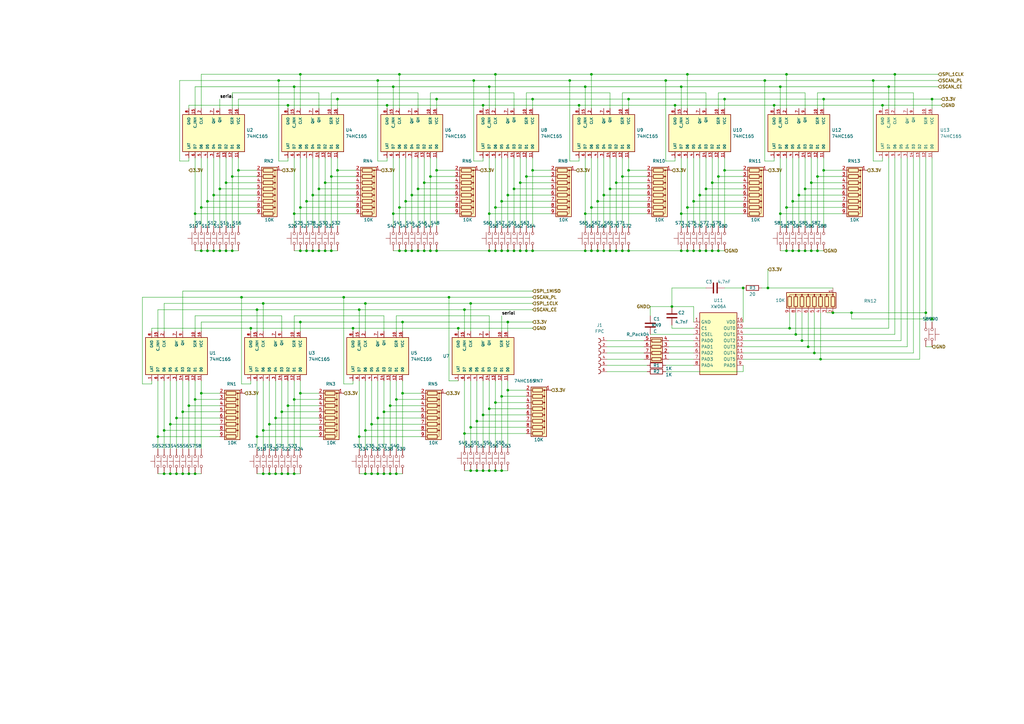
<source format=kicad_sch>
(kicad_sch (version 20211123) (generator eeschema)
  (paper "A3")
  (lib_symbols
    (symbol "74HC165:74HC165" (pin_names (offset 1.016))
      (property "Reference" "U" (at -7.6307 20.3485 0))
      (property "Value" "74HC165" (at -7.6314 17.8066 0))
      (symbol "74HC165_0_0"
        (pin bidirectional line (at 10.16 -5.08 180) (length 2.54) (name "LAT") (number "1"))
        (pin bidirectional line (at -10.16 12.7 0) (length 2.54) (name "SER") (number "10"))
        (pin bidirectional line (at 10.16 15.24 180) (length 2.54) (name "D0") (number "11"))
        (pin bidirectional line (at 10.16 12.7 180) (length 2.54) (name "D1") (number "12"))
        (pin bidirectional line (at 10.16 10.16 180) (length 2.54) (name "D2") (number "13"))
        (pin bidirectional line (at 10.16 7.62 180) (length 2.54) (name "D3") (number "14"))
        (pin bidirectional line (at -10.16 -2.54 0) (length 2.54) (name "C_INH") (number "15"))
        (pin bidirectional line (at -10.16 15.24 0) (length 2.54) (name "VCC") (number "16"))
        (pin bidirectional line (at -10.16 0 0) (length 2.54) (name "CLK") (number "2"))
        (pin bidirectional line (at 10.16 5.08 180) (length 2.54) (name "D4") (number "3"))
        (pin bidirectional line (at 10.16 2.54 180) (length 2.54) (name "D5") (number "4"))
        (pin bidirectional line (at 10.16 0 180) (length 2.54) (name "D6") (number "5"))
        (pin bidirectional line (at 10.16 -2.54 180) (length 2.54) (name "D7") (number "6"))
        (pin bidirectional line (at -10.16 5.08 0) (length 2.54) (name "QH'") (number "7"))
        (pin bidirectional line (at -10.16 -5.08 0) (length 2.54) (name "GND") (number "8"))
        (pin bidirectional line (at -10.16 7.62 0) (length 2.54) (name "QH") (number "9"))
      )
    )
    (symbol "Device:C" (pin_numbers hide) (pin_names (offset 0.254))
      (property "Reference" "C" (at 0.635 2.54 0))
      (property "Value" "C" (at 0.635 -2.54 0))
      (symbol "C_1_1"
        (pin passive line (at 0 3.81 270) (length 2.794) (name "~") (number "1"))
        (pin passive line (at 0 -3.81 90) (length 2.794) (name "~") (number "2"))
      )
    )
    (symbol "Device:R" (pin_numbers hide) (pin_names (offset 0))
      (property "Reference" "R" (at 2.032 0 90))
      (property "Value" "R" (at 0 0 90))
      (symbol "R_1_1"
        (pin passive line (at 0 3.81 270) (length 1.27) (name "~") (number "1"))
        (pin passive line (at 0 -3.81 90) (length 1.27) (name "~") (number "2"))
      )
    )
    (symbol "Device:R_Network08" (pin_names (offset 0) hide)
      (property "Reference" "RN" (at -12.7 0 90))
      (property "Value" "R_Network08" (at 10.16 0 90))
      (symbol "R_Network08_1_1"
        (pin passive line (at -10.16 5.08 270) (length 2.54) (name "common") (number "1"))
        (pin passive line (at -10.16 -5.08 90) (length 1.27) (name "R1") (number "2"))
        (pin passive line (at -7.62 -5.08 90) (length 1.27) (name "R2") (number "3"))
        (pin passive line (at -5.08 -5.08 90) (length 1.27) (name "R3") (number "4"))
        (pin passive line (at -2.54 -5.08 90) (length 1.27) (name "R4") (number "5"))
        (pin passive line (at 0 -5.08 90) (length 1.27) (name "R5") (number "6"))
        (pin passive line (at 2.54 -5.08 90) (length 1.27) (name "R6") (number "7"))
        (pin passive line (at 5.08 -5.08 90) (length 1.27) (name "R7") (number "8"))
        (pin passive line (at 7.62 -5.08 90) (length 1.27) (name "R8") (number "9"))
      )
    )
    (symbol "Device:R_Pack04" (pin_names (offset 0) hide)
      (property "Reference" "RN" (at -7.62 0 90))
      (property "Value" "R_Pack04" (at 5.08 0 90))
      (symbol "R_Pack04_1_1"
        (pin passive line (at -5.08 -5.08 90) (length 2.54) (name "R1.1") (number "1"))
        (pin passive line (at -2.54 -5.08 90) (length 2.54) (name "R2.1") (number "2"))
        (pin passive line (at 0 -5.08 90) (length 2.54) (name "R3.1") (number "3"))
        (pin passive line (at 2.54 -5.08 90) (length 2.54) (name "R4.1") (number "4"))
        (pin passive line (at 2.54 5.08 270) (length 2.54) (name "R4.2") (number "5"))
        (pin passive line (at 0 5.08 270) (length 2.54) (name "R3.2") (number "6"))
        (pin passive line (at -2.54 5.08 270) (length 2.54) (name "R2.2") (number "7"))
        (pin passive line (at -5.08 5.08 270) (length 2.54) (name "R1.2") (number "8"))
      )
    )
    (symbol "EnergyVortex:XW06A"
      (property "Reference" "U" (at -5.08 13.97 0))
      (property "Value" "XW06A" (at 1.27 13.97 0))
      (symbol "XW06A_1_1"
        (pin power_in line (at -10.16 8.89 0) (length 2.54) (name "GND") (number "1"))
        (pin input line (at 10.16 -6.35 180) (length 2.54) (name "OUT5") (number "10"))
        (pin input line (at 10.16 -3.81 180) (length 2.54) (name "OUT4") (number "11"))
        (pin input line (at 10.16 -1.27 180) (length 2.54) (name "OUT3") (number "12"))
        (pin output line (at 10.16 1.27 180) (length 2.54) (name "OUT2") (number "13"))
        (pin output line (at 10.16 3.81 180) (length 2.54) (name "OUT1") (number "14"))
        (pin input line (at 10.16 6.35 180) (length 2.54) (name "OUT0") (number "15"))
        (pin power_in line (at 10.16 8.89 180) (length 2.54) (name "VDD") (number "16"))
        (pin output line (at -10.16 6.35 0) (length 2.54) (name "C1") (number "2"))
        (pin input line (at -10.16 3.81 0) (length 2.54) (name "CSEL") (number "3"))
        (pin passive line (at -10.16 1.27 0) (length 2.54) (name "PAD0") (number "4"))
        (pin bidirectional line (at -10.16 -1.27 0) (length 2.54) (name "PAD1") (number "5"))
        (pin bidirectional line (at -10.16 -3.81 0) (length 2.54) (name "PAD2") (number "6"))
        (pin input line (at -10.16 -6.35 0) (length 2.54) (name "PAD3") (number "7"))
        (pin output line (at -10.16 -8.89 0) (length 2.54) (name "PAD4") (number "8"))
        (pin input line (at 10.16 -8.89 180) (length 2.54) (name "PAD5") (number "9"))
      )
    )
    (symbol "FPC-0.5mm-6PIN:68710614022" (pin_names (offset 1.016))
      (property "Reference" "J" (at 0 1.5084 0))
      (property "Value" "68710614022" (at 0 -2.54 0))
      (symbol "68710614022_0_0"
        (pin passive line (at -5.08 -7.62 0) (length 2.54) (name "~") (number "1"))
        (pin passive line (at -5.08 -5.08 0) (length 2.54) (name "~") (number "2"))
        (pin passive line (at -5.08 -2.54 0) (length 2.54) (name "~") (number "3"))
        (pin passive line (at -5.08 0 0) (length 2.54) (name "~") (number "4"))
        (pin passive line (at -5.08 2.54 0) (length 2.54) (name "~") (number "5"))
        (pin passive line (at -5.08 5.08 0) (length 2.54) (name "~") (number "6"))
      )
    )
    (symbol "Switch:SW_Push" (pin_numbers hide) (pin_names (offset 1.016) hide)
      (property "Reference" "SW" (at 1.27 2.54 0))
      (property "Value" "SW_Push" (at 0 -1.524 0))
      (symbol "SW_Push_0_1"
        (pin passive line (at -5.08 0 0) (length 2.54) (name "1") (number "1"))
        (pin passive line (at 5.08 0 180) (length 2.54) (name "2") (number "2"))
      )
    )
  )
  (junction (at 364.49 35.56))
  (junction (at 149.86 194.31))
  (junction (at 67.31 176.53))
  (junction (at 210.82 77.47))
  (junction (at 218.44 69.85))
  (junction (at 208.28 80.01))
  (junction (at 327.66 80.01))
  (junction (at 162.56 163.83))
  (junction (at 379.73 128.27))
  (junction (at 273.05 33.02))
  (junction (at 326.39 137.16))
  (junction (at 80.01 163.83))
  (junction (at 200.66 193.04))
  (junction (at 330.2 77.47))
  (junction (at 289.56 102.87))
  (junction (at 193.04 124.46))
  (junction (at 69.85 173.99))
  (junction (at 242.57 85.09))
  (junction (at 203.2 85.09))
  (junction (at 163.83 102.87))
  (junction (at 289.56 77.47))
  (junction (at 107.95 176.53))
  (junction (at 110.49 194.31))
  (junction (at 80.01 87.63))
  (junction (at 135.89 72.39))
  (junction (at 313.69 33.02))
  (junction (at 123.19 30.48))
  (junction (at 203.2 30.48))
  (junction (at 294.64 102.87))
  (junction (at 279.4 87.63))
  (junction (at 208.28 132.08))
  (junction (at 187.96 134.62))
  (junction (at 133.35 74.93))
  (junction (at 336.55 147.32))
  (junction (at 205.74 193.04))
  (junction (at 337.82 69.85))
  (junction (at 161.29 35.56))
  (junction (at 130.81 77.47))
  (junction (at 304.8 118.11))
  (junction (at 323.85 134.62))
  (junction (at 114.3 33.02))
  (junction (at 123.19 132.08))
  (junction (at 327.66 102.87))
  (junction (at 67.31 194.31))
  (junction (at 335.28 72.39))
  (junction (at 349.25 128.27))
  (junction (at 237.49 43.18))
  (junction (at 95.25 72.39))
  (junction (at 328.93 139.7))
  (junction (at 257.81 102.87))
  (junction (at 198.12 43.18))
  (junction (at 257.81 40.64))
  (junction (at 195.58 193.04))
  (junction (at 325.12 102.87))
  (junction (at 77.47 194.31))
  (junction (at 242.57 102.87))
  (junction (at 160.02 194.31))
  (junction (at 205.74 162.56))
  (junction (at 138.43 69.85))
  (junction (at 281.94 30.48))
  (junction (at 152.4 194.31))
  (junction (at 64.77 179.07))
  (junction (at 77.47 166.37))
  (junction (at 320.04 87.63))
  (junction (at 99.06 121.92))
  (junction (at 284.48 82.55))
  (junction (at 163.83 85.09))
  (junction (at 205.74 82.55))
  (junction (at 240.03 87.63))
  (junction (at 284.48 102.87))
  (junction (at 193.04 193.04))
  (junction (at 157.48 168.91))
  (junction (at 120.65 35.56))
  (junction (at 334.01 144.78))
  (junction (at 325.12 82.55))
  (junction (at 120.65 194.31))
  (junction (at 247.65 102.87))
  (junction (at 133.35 102.87))
  (junction (at 203.2 193.04))
  (junction (at 168.91 80.01))
  (junction (at 123.19 85.09))
  (junction (at 176.53 72.39))
  (junction (at 218.44 102.87))
  (junction (at 85.09 102.87))
  (junction (at 314.96 118.11))
  (junction (at 85.09 82.55))
  (junction (at 105.41 127))
  (junction (at 330.2 102.87))
  (junction (at 240.03 102.87))
  (junction (at 213.36 74.93))
  (junction (at 166.37 102.87))
  (junction (at 138.43 40.64))
  (junction (at 382.27 40.64))
  (junction (at 171.45 77.47))
  (junction (at 210.82 102.87))
  (junction (at 120.65 87.63))
  (junction (at 113.03 171.45))
  (junction (at 149.86 176.53))
  (junction (at 331.47 142.24))
  (junction (at 82.55 161.29))
  (junction (at 152.4 173.99))
  (junction (at 165.1 132.08))
  (junction (at 250.19 77.47))
  (junction (at 115.57 168.91))
  (junction (at 257.81 69.85))
  (junction (at 317.5 43.18))
  (junction (at 252.73 102.87))
  (junction (at 105.41 179.07))
  (junction (at 194.31 33.02))
  (junction (at 179.07 69.85))
  (junction (at 215.9 102.87))
  (junction (at 107.95 194.31))
  (junction (at 242.57 30.48))
  (junction (at 322.58 85.09))
  (junction (at 200.66 102.87))
  (junction (at 154.94 171.45))
  (junction (at 125.73 102.87))
  (junction (at 173.99 74.93))
  (junction (at 118.11 194.31))
  (junction (at 322.58 30.48))
  (junction (at 135.89 102.87))
  (junction (at 292.1 102.87))
  (junction (at 92.71 102.87))
  (junction (at 130.81 102.87))
  (junction (at 176.53 102.87))
  (junction (at 166.37 82.55))
  (junction (at 179.07 40.64))
  (junction (at 82.55 85.09))
  (junction (at 154.94 33.02))
  (junction (at 110.49 173.99))
  (junction (at 193.04 175.26))
  (junction (at 118.11 43.18))
  (junction (at 118.11 166.37))
  (junction (at 279.4 35.56))
  (junction (at 213.36 102.87))
  (junction (at 276.86 43.18))
  (junction (at 144.78 134.62))
  (junction (at 120.65 163.83))
  (junction (at 125.73 82.55))
  (junction (at 245.11 102.87))
  (junction (at 102.87 134.62))
  (junction (at 168.91 102.87))
  (junction (at 115.57 194.31))
  (junction (at 69.85 194.31))
  (junction (at 163.83 30.48))
  (junction (at 200.66 87.63))
  (junction (at 240.03 35.56))
  (junction (at 215.9 72.39))
  (junction (at 123.19 102.87))
  (junction (at 173.99 102.87))
  (junction (at 154.94 194.31))
  (junction (at 92.71 74.93))
  (junction (at 161.29 87.63))
  (junction (at 279.4 102.87))
  (junction (at 171.45 102.87))
  (junction (at 128.27 102.87))
  (junction (at 147.32 179.07))
  (junction (at 335.28 102.87))
  (junction (at 297.18 40.64))
  (junction (at 157.48 194.31))
  (junction (at 332.74 102.87))
  (junction (at 198.12 170.18))
  (junction (at 292.1 74.93))
  (junction (at 123.19 161.29))
  (junction (at 208.28 102.87))
  (junction (at 147.32 127))
  (junction (at 72.39 171.45))
  (junction (at 203.2 102.87))
  (junction (at 113.03 194.31))
  (junction (at 87.63 102.87))
  (junction (at 320.04 35.56))
  (junction (at 208.28 160.02))
  (junction (at 203.2 165.1))
  (junction (at 382.27 130.81))
  (junction (at 200.66 35.56))
  (junction (at 337.82 40.64))
  (junction (at 160.02 166.37))
  (junction (at 95.25 102.87))
  (junction (at 184.15 121.92))
  (junction (at 97.79 69.85))
  (junction (at 190.5 127))
  (junction (at 140.97 121.92))
  (junction (at 82.55 102.87))
  (junction (at 205.74 102.87))
  (junction (at 218.44 40.64))
  (junction (at 322.58 102.87))
  (junction (at 87.63 80.01))
  (junction (at 361.95 43.18))
  (junction (at 149.86 124.46))
  (junction (at 107.95 124.46))
  (junction (at 198.12 193.04))
  (junction (at 245.11 82.55))
  (junction (at 190.5 177.8))
  (junction (at 294.64 72.39))
  (junction (at 247.65 80.01))
  (junction (at 367.03 30.48))
  (junction (at 162.56 194.31))
  (junction (at 297.18 69.85))
  (junction (at 90.17 102.87))
  (junction (at 200.66 167.64))
  (junction (at 72.39 194.31))
  (junction (at 287.02 102.87))
  (junction (at 80.01 194.31))
  (junction (at 74.93 194.31))
  (junction (at 74.93 168.91))
  (junction (at 128.27 80.01))
  (junction (at 341.63 128.27))
  (junction (at 332.74 74.93))
  (junction (at 281.94 102.87))
  (junction (at 358.14 33.02))
  (junction (at 165.1 161.29))
  (junction (at 252.73 74.93))
  (junction (at 233.68 33.02))
  (junction (at 179.07 102.87))
  (junction (at 275.59 125.73))
  (junction (at 255.27 102.87))
  (junction (at 287.02 80.01))
  (junction (at 195.58 172.72))
  (junction (at 250.19 102.87))
  (junction (at 281.94 85.09))
  (junction (at 158.75 43.18))
  (junction (at 255.27 72.39))
  (junction (at 90.17 77.47))
  (wire (pts (xy 90.17 64.77) (xy 90.17 77.47)))
  (wire (pts (xy 208.28 132.08) (xy 218.44 132.08)))
  (wire (pts (xy 208.28 80.01) (xy 208.28 92.71)))
  (wire (pts (xy 90.17 171.45) (xy 72.39 171.45)))
  (wire (pts (xy 194.31 66.04) (xy 194.31 33.02)))
  (wire (pts (xy 364.49 64.77) (xy 364.49 134.62)))
  (wire (pts (xy 328.93 128.27) (xy 328.93 139.7)))
  (wire (pts (xy 158.75 43.18) (xy 198.12 43.18)))
  (wire (pts (xy 335.28 102.87) (xy 337.82 102.87)))
  (wire (pts (xy 240.03 35.56) (xy 240.03 44.45)))
  (wire (pts (xy 87.63 80.01) (xy 87.63 92.71)))
  (wire (pts (xy 82.55 132.08) (xy 123.19 132.08)))
  (wire (pts (xy 144.78 157.48) (xy 140.97 157.48)))
  (wire (pts (xy 140.97 121.92) (xy 184.15 121.92)))
  (wire (pts (xy 165.1 156.21) (xy 165.1 161.29)))
  (wire (pts (xy 62.23 134.62) (xy 62.23 135.89)))
  (wire (pts (xy 317.5 43.18) (xy 361.95 43.18)))
  (wire (pts (xy 90.17 161.29) (xy 82.55 161.29)))
  (wire (pts (xy 281.94 44.45) (xy 281.94 30.48)))
  (wire (pts (xy 154.94 171.45) (xy 154.94 184.15)))
  (wire (pts (xy 74.93 194.31) (xy 77.47 194.31)))
  (wire (pts (xy 190.5 193.04) (xy 193.04 193.04)))
  (wire (pts (xy 314.96 118.11) (xy 341.63 118.11)))
  (wire (pts (xy 113.03 171.45) (xy 113.03 184.15)))
  (wire (pts (xy 332.74 102.87) (xy 335.28 102.87)))
  (wire (pts (xy 193.04 175.26) (xy 193.04 182.88)))
  (wire (pts (xy 335.28 44.45) (xy 335.28 38.1)))
  (wire (pts (xy 82.55 64.77) (xy 82.55 85.09)))
  (wire (pts (xy 120.65 64.77) (xy 120.65 87.63)))
  (wire (pts (xy 123.19 102.87) (xy 125.73 102.87)))
  (wire (pts (xy 226.06 77.47) (xy 210.82 77.47)))
  (wire (pts (xy 226.06 72.39) (xy 215.9 72.39)))
  (wire (pts (xy 320.04 35.56) (xy 320.04 44.45)))
  (wire (pts (xy 255.27 102.87) (xy 257.81 102.87)))
  (wire (pts (xy 226.06 69.85) (xy 218.44 69.85)))
  (wire (pts (xy 294.64 102.87) (xy 297.18 102.87)))
  (wire (pts (xy 149.86 156.21) (xy 149.86 176.53)))
  (wire (pts (xy 304.8 87.63) (xy 279.4 87.63)))
  (wire (pts (xy 77.47 43.18) (xy 118.11 43.18)))
  (wire (pts (xy 162.56 135.89) (xy 162.56 129.54)))
  (wire (pts (xy 135.89 102.87) (xy 138.43 102.87)))
  (wire (pts (xy 64.77 156.21) (xy 64.77 179.07)))
  (wire (pts (xy 95.25 72.39) (xy 95.25 92.71)))
  (wire (pts (xy 237.49 64.77) (xy 237.49 66.04)))
  (wire (pts (xy 90.17 179.07) (xy 64.77 179.07)))
  (wire (pts (xy 72.39 156.21) (xy 72.39 171.45)))
  (wire (pts (xy 99.06 121.92) (xy 140.97 121.92)))
  (wire (pts (xy 266.7 125.73) (xy 266.7 129.54)))
  (wire (pts (xy 210.82 77.47) (xy 210.82 92.71)))
  (wire (pts (xy 237.49 66.04) (xy 233.68 66.04)))
  (wire (pts (xy 330.2 77.47) (xy 330.2 92.71)))
  (wire (pts (xy 120.65 135.89) (xy 120.65 129.54)))
  (wire (pts (xy 240.03 102.87) (xy 242.57 102.87)))
  (wire (pts (xy 248.92 149.86) (xy 265.43 149.86)))
  (wire (pts (xy 195.58 193.04) (xy 198.12 193.04)))
  (wire (pts (xy 257.81 102.87) (xy 279.4 102.87)))
  (wire (pts (xy 361.95 43.18) (xy 361.95 44.45)))
  (wire (pts (xy 237.49 44.45) (xy 237.49 43.18)))
  (wire (pts (xy 123.19 156.21) (xy 123.19 161.29)))
  (wire (pts (xy 252.73 102.87) (xy 255.27 102.87)))
  (wire (pts (xy 332.74 74.93) (xy 332.74 92.71)))
  (wire (pts (xy 226.06 85.09) (xy 203.2 85.09)))
  (wire (pts (xy 190.5 156.21) (xy 190.5 177.8)))
  (wire (pts (xy 77.47 66.04) (xy 73.66 66.04)))
  (wire (pts (xy 172.72 163.83) (xy 162.56 163.83)))
  (wire (pts (xy 294.64 38.1) (xy 330.2 38.1)))
  (wire (pts (xy 279.4 35.56) (xy 279.4 44.45)))
  (wire (pts (xy 90.17 40.64) (xy 90.17 44.45)))
  (wire (pts (xy 297.18 40.64) (xy 297.18 44.45)))
  (wire (pts (xy 138.43 69.85) (xy 138.43 92.71)))
  (wire (pts (xy 80.01 64.77) (xy 80.01 87.63)))
  (wire (pts (xy 218.44 40.64) (xy 257.81 40.64)))
  (wire (pts (xy 146.05 85.09) (xy 123.19 85.09)))
  (wire (pts (xy 97.79 44.45) (xy 97.79 40.64)))
  (wire (pts (xy 275.59 118.11) (xy 275.59 125.73)))
  (wire (pts (xy 168.91 80.01) (xy 168.91 92.71)))
  (wire (pts (xy 172.72 176.53) (xy 149.86 176.53)))
  (wire (pts (xy 90.17 166.37) (xy 77.47 166.37)))
  (wire (pts (xy 158.75 43.18) (xy 158.75 44.45)))
  (wire (pts (xy 281.94 30.48) (xy 322.58 30.48)))
  (wire (pts (xy 120.65 156.21) (xy 120.65 163.83)))
  (wire (pts (xy 320.04 35.56) (xy 364.49 35.56)))
  (wire (pts (xy 266.7 125.73) (xy 275.59 125.73)))
  (wire (pts (xy 64.77 127) (xy 105.41 127)))
  (wire (pts (xy 147.32 179.07) (xy 147.32 184.15)))
  (wire (pts (xy 128.27 80.01) (xy 128.27 92.71)))
  (wire (pts (xy 186.69 74.93) (xy 173.99 74.93)))
  (wire (pts (xy 161.29 35.56) (xy 200.66 35.56)))
  (wire (pts (xy 193.04 135.89) (xy 193.04 124.46)))
  (wire (pts (xy 69.85 194.31) (xy 72.39 194.31)))
  (wire (pts (xy 325.12 64.77) (xy 325.12 82.55)))
  (wire (pts (xy 200.66 64.77) (xy 200.66 87.63)))
  (wire (pts (xy 205.74 162.56) (xy 205.74 182.88)))
  (wire (pts (xy 205.74 129.54) (xy 205.74 135.89)))
  (wire (pts (xy 165.1 132.08) (xy 208.28 132.08)))
  (wire (pts (xy 123.19 161.29) (xy 123.19 184.15)))
  (wire (pts (xy 215.9 72.39) (xy 215.9 92.71)))
  (wire (pts (xy 198.12 193.04) (xy 200.66 193.04)))
  (wire (pts (xy 186.69 87.63) (xy 161.29 87.63)))
  (wire (pts (xy 179.07 64.77) (xy 179.07 69.85)))
  (wire (pts (xy 255.27 64.77) (xy 255.27 72.39)))
  (wire (pts (xy 336.55 128.27) (xy 336.55 147.32)))
  (wire (pts (xy 138.43 44.45) (xy 138.43 40.64)))
  (wire (pts (xy 172.72 173.99) (xy 152.4 173.99)))
  (wire (pts (xy 171.45 102.87) (xy 173.99 102.87)))
  (wire (pts (xy 274.32 139.7) (xy 284.48 139.7)))
  (wire (pts (xy 205.74 156.21) (xy 205.74 162.56)))
  (wire (pts (xy 265.43 77.47) (xy 250.19 77.47)))
  (wire (pts (xy 118.11 43.18) (xy 118.11 44.45)))
  (wire (pts (xy 62.23 156.21) (xy 62.23 157.48)))
  (wire (pts (xy 314.96 118.11) (xy 312.42 118.11)))
  (wire (pts (xy 250.19 102.87) (xy 252.73 102.87)))
  (wire (pts (xy 345.44 80.01) (xy 327.66 80.01)))
  (wire (pts (xy 105.41 69.85) (xy 97.79 69.85)))
  (wire (pts (xy 82.55 156.21) (xy 82.55 161.29)))
  (wire (pts (xy 205.74 82.55) (xy 205.74 92.71)))
  (wire (pts (xy 184.15 121.92) (xy 218.44 121.92)))
  (wire (pts (xy 171.45 64.77) (xy 171.45 77.47)))
  (wire (pts (xy 135.89 64.77) (xy 135.89 72.39)))
  (wire (pts (xy 265.43 74.93) (xy 252.73 74.93)))
  (wire (pts (xy 265.43 85.09) (xy 242.57 85.09)))
  (wire (pts (xy 113.03 194.31) (xy 115.57 194.31)))
  (wire (pts (xy 168.91 64.77) (xy 168.91 80.01)))
  (wire (pts (xy 240.03 64.77) (xy 240.03 87.63)))
  (wire (pts (xy 190.5 177.8) (xy 190.5 182.88)))
  (wire (pts (xy 118.11 194.31) (xy 120.65 194.31)))
  (wire (pts (xy 349.25 130.81) (xy 382.27 130.81)))
  (wire (pts (xy 287.02 80.01) (xy 287.02 92.71)))
  (wire (pts (xy 135.89 72.39) (xy 135.89 92.71)))
  (wire (pts (xy 58.42 121.92) (xy 99.06 121.92)))
  (wire (pts (xy 173.99 74.93) (xy 173.99 92.71)))
  (wire (pts (xy 336.55 147.32) (xy 304.8 147.32)))
  (wire (pts (xy 372.11 142.24) (xy 331.47 142.24)))
  (wire (pts (xy 120.65 44.45) (xy 120.65 35.56)))
  (wire (pts (xy 248.92 144.78) (xy 264.16 144.78)))
  (wire (pts (xy 105.41 87.63) (xy 80.01 87.63)))
  (wire (pts (xy 138.43 64.77) (xy 138.43 69.85)))
  (wire (pts (xy 130.81 176.53) (xy 107.95 176.53)))
  (wire (pts (xy 349.25 128.27) (xy 349.25 130.81)))
  (wire (pts (xy 138.43 40.64) (xy 179.07 40.64)))
  (wire (pts (xy 102.87 157.48) (xy 99.06 157.48)))
  (wire (pts (xy 120.65 194.31) (xy 123.19 194.31)))
  (wire (pts (xy 161.29 87.63) (xy 161.29 92.71)))
  (wire (pts (xy 345.44 85.09) (xy 322.58 85.09)))
  (wire (pts (xy 331.47 142.24) (xy 304.8 142.24)))
  (wire (pts (xy 172.72 171.45) (xy 154.94 171.45)))
  (wire (pts (xy 327.66 80.01) (xy 327.66 92.71)))
  (wire (pts (xy 160.02 156.21) (xy 160.02 166.37)))
  (wire (pts (xy 195.58 172.72) (xy 195.58 182.88)))
  (wire (pts (xy 200.66 129.54) (xy 200.66 135.89)))
  (wire (pts (xy 215.9 162.56) (xy 205.74 162.56)))
  (wire (pts (xy 166.37 102.87) (xy 168.91 102.87)))
  (wire (pts (xy 130.81 161.29) (xy 123.19 161.29)))
  (wire (pts (xy 198.12 44.45) (xy 198.12 43.18)))
  (wire (pts (xy 364.49 35.56) (xy 384.81 35.56)))
  (wire (pts (xy 304.8 152.4) (xy 304.8 149.86)))
  (wire (pts (xy 327.66 64.77) (xy 327.66 80.01)))
  (wire (pts (xy 226.06 74.93) (xy 213.36 74.93)))
  (wire (pts (xy 226.06 87.63) (xy 200.66 87.63)))
  (wire (pts (xy 105.41 80.01) (xy 87.63 80.01)))
  (wire (pts (xy 297.18 69.85) (xy 297.18 92.71)))
  (wire (pts (xy 120.65 129.54) (xy 157.48 129.54)))
  (wire (pts (xy 115.57 194.31) (xy 118.11 194.31)))
  (wire (pts (xy 317.5 44.45) (xy 317.5 43.18)))
  (wire (pts (xy 377.19 64.77) (xy 377.19 147.32)))
  (wire (pts (xy 382.27 40.64) (xy 386.08 40.64)))
  (wire (pts (xy 304.8 80.01) (xy 287.02 80.01)))
  (wire (pts (xy 130.81 77.47) (xy 130.81 92.71)))
  (wire (pts (xy 105.41 72.39) (xy 95.25 72.39)))
  (wire (pts (xy 349.25 128.27) (xy 379.73 128.27)))
  (wire (pts (xy 226.06 80.01) (xy 208.28 80.01)))
  (wire (pts (xy 160.02 194.31) (xy 162.56 194.31)))
  (wire (pts (xy 215.9 165.1) (xy 203.2 165.1)))
  (wire (pts (xy 133.35 64.77) (xy 133.35 74.93)))
  (wire (pts (xy 345.44 69.85) (xy 337.82 69.85)))
  (wire (pts (xy 320.04 64.77) (xy 320.04 87.63)))
  (wire (pts (xy 265.43 87.63) (xy 240.03 87.63)))
  (wire (pts (xy 105.41 127) (xy 105.41 135.89)))
  (wire (pts (xy 193.04 156.21) (xy 193.04 175.26)))
  (wire (pts (xy 279.4 64.77) (xy 279.4 87.63)))
  (wire (pts (xy 149.86 176.53) (xy 149.86 184.15)))
  (wire (pts (xy 163.83 102.87) (xy 166.37 102.87)))
  (wire (pts (xy 200.66 87.63) (xy 200.66 92.71)))
  (wire (pts (xy 72.39 171.45) (xy 72.39 184.15)))
  (wire (pts (xy 152.4 194.31) (xy 154.94 194.31)))
  (wire (pts (xy 213.36 102.87) (xy 215.9 102.87)))
  (wire (pts (xy 358.14 33.02) (xy 384.81 33.02)))
  (wire (pts (xy 252.73 74.93) (xy 252.73 92.71)))
  (wire (pts (xy 205.74 193.04) (xy 208.28 193.04)))
  (wire (pts (xy 90.17 77.47) (xy 90.17 92.71)))
  (wire (pts (xy 332.74 64.77) (xy 332.74 74.93)))
  (wire (pts (xy 252.73 64.77) (xy 252.73 74.93)))
  (wire (pts (xy 115.57 129.54) (xy 115.57 135.89)))
  (wire (pts (xy 157.48 156.21) (xy 157.48 168.91)))
  (wire (pts (xy 149.86 135.89) (xy 149.86 124.46)))
  (wire (pts (xy 107.95 176.53) (xy 107.95 184.15)))
  (wire (pts (xy 82.55 30.48) (xy 82.55 44.45)))
  (wire (pts (xy 123.19 132.08) (xy 123.19 135.89)))
  (wire (pts (xy 125.73 102.87) (xy 128.27 102.87)))
  (wire (pts (xy 146.05 82.55) (xy 125.73 82.55)))
  (wire (pts (xy 320.04 102.87) (xy 322.58 102.87)))
  (wire (pts (xy 67.31 194.31) (xy 69.85 194.31)))
  (wire (pts (xy 158.75 66.04) (xy 154.94 66.04)))
  (wire (pts (xy 154.94 156.21) (xy 154.94 171.45)))
  (wire (pts (xy 186.69 85.09) (xy 163.83 85.09)))
  (wire (pts (xy 326.39 137.16) (xy 304.8 137.16)))
  (wire (pts (xy 118.11 64.77) (xy 118.11 66.04)))
  (wire (pts (xy 92.71 64.77) (xy 92.71 74.93)))
  (wire (pts (xy 203.2 30.48) (xy 242.57 30.48)))
  (wire (pts (xy 67.31 124.46) (xy 107.95 124.46)))
  (wire (pts (xy 165.1 132.08) (xy 165.1 135.89)))
  (wire (pts (xy 345.44 87.63) (xy 320.04 87.63)))
  (wire (pts (xy 337.82 64.77) (xy 337.82 69.85)))
  (wire (pts (xy 208.28 160.02) (xy 208.28 182.88)))
  (wire (pts (xy 90.17 102.87) (xy 92.71 102.87)))
  (wire (pts (xy 289.56 118.11) (xy 275.59 118.11)))
  (wire (pts (xy 123.19 30.48) (xy 82.55 30.48)))
  (wire (pts (xy 240.03 87.63) (xy 240.03 92.71)))
  (wire (pts (xy 113.03 156.21) (xy 113.03 171.45)))
  (wire (pts (xy 215.9 38.1) (xy 250.19 38.1)))
  (wire (pts (xy 313.69 33.02) (xy 358.14 33.02)))
  (wire (pts (xy 171.45 38.1) (xy 171.45 44.45)))
  (wire (pts (xy 123.19 44.45) (xy 123.19 30.48)))
  (wire (pts (xy 247.65 80.01) (xy 247.65 92.71)))
  (wire (pts (xy 367.03 30.48) (xy 367.03 44.45)))
  (wire (pts (xy 146.05 87.63) (xy 120.65 87.63)))
  (wire (pts (xy 250.19 77.47) (xy 250.19 92.71)))
  (wire (pts (xy 82.55 161.29) (xy 82.55 184.15)))
  (wire (pts (xy 123.19 30.48) (xy 163.83 30.48)))
  (wire (pts (xy 313.69 66.04) (xy 313.69 33.02)))
  (wire (pts (xy 172.72 161.29) (xy 165.1 161.29)))
  (wire (pts (xy 330.2 102.87) (xy 332.74 102.87)))
  (wire (pts (xy 80.01 163.83) (xy 80.01 184.15)))
  (wire (pts (xy 275.59 133.35) (xy 275.59 134.62)))
  (wire (pts (xy 279.4 35.56) (xy 320.04 35.56)))
  (wire (pts (xy 85.09 102.87) (xy 87.63 102.87)))
  (wire (pts (xy 95.25 102.87) (xy 97.79 102.87)))
  (wire (pts (xy 364.49 35.56) (xy 364.49 44.45)))
  (wire (pts (xy 154.94 66.04) (xy 154.94 33.02)))
  (wire (pts (xy 58.42 157.48) (xy 58.42 121.92)))
  (wire (pts (xy 146.05 74.93) (xy 133.35 74.93)))
  (wire (pts (xy 105.41 194.31) (xy 107.95 194.31)))
  (wire (pts (xy 130.81 102.87) (xy 133.35 102.87)))
  (wire (pts (xy 147.32 194.31) (xy 149.86 194.31)))
  (wire (pts (xy 367.03 64.77) (xy 367.03 137.16)))
  (wire (pts (xy 123.19 85.09) (xy 123.19 92.71)))
  (wire (pts (xy 323.85 128.27) (xy 323.85 134.62)))
  (wire (pts (xy 215.9 167.64) (xy 200.66 167.64)))
  (wire (pts (xy 248.92 152.4) (xy 265.43 152.4)))
  (wire (pts (xy 257.81 40.64) (xy 257.81 44.45)))
  (wire (pts (xy 92.71 102.87) (xy 95.25 102.87)))
  (wire (pts (xy 265.43 69.85) (xy 257.81 69.85)))
  (wire (pts (xy 146.05 80.01) (xy 128.27 80.01)))
  (wire (pts (xy 284.48 125.73) (xy 275.59 125.73)))
  (wire (pts (xy 102.87 134.62) (xy 102.87 135.89)))
  (wire (pts (xy 250.19 64.77) (xy 250.19 77.47)))
  (wire (pts (xy 325.12 102.87) (xy 327.66 102.87)))
  (wire (pts (xy 69.85 156.21) (xy 69.85 173.99)))
  (wire (pts (xy 345.44 82.55) (xy 325.12 82.55)))
  (wire (pts (xy 233.68 33.02) (xy 273.05 33.02)))
  (wire (pts (xy 248.92 142.24) (xy 264.16 142.24)))
  (wire (pts (xy 292.1 102.87) (xy 294.64 102.87)))
  (wire (pts (xy 317.5 66.04) (xy 313.69 66.04)))
  (wire (pts (xy 152.4 156.21) (xy 152.4 173.99)))
  (wire (pts (xy 149.86 194.31) (xy 152.4 194.31)))
  (wire (pts (xy 257.81 64.77) (xy 257.81 69.85)))
  (wire (pts (xy 304.8 72.39) (xy 294.64 72.39)))
  (wire (pts (xy 297.18 40.64) (xy 337.82 40.64)))
  (wire (pts (xy 130.81 38.1) (xy 130.81 44.45)))
  (wire (pts (xy 203.2 102.87) (xy 205.74 102.87)))
  (wire (pts (xy 382.27 40.64) (xy 382.27 44.45)))
  (wire (pts (xy 190.5 127) (xy 147.32 127)))
  (wire (pts (xy 358.14 66.04) (xy 358.14 33.02)))
  (wire (pts (xy 215.9 170.18) (xy 198.12 170.18)))
  (wire (pts (xy 85.09 82.55) (xy 85.09 92.71)))
  (wire (pts (xy 172.72 168.91) (xy 157.48 168.91)))
  (wire (pts (xy 133.35 74.93) (xy 133.35 92.71)))
  (wire (pts (xy 107.95 124.46) (xy 107.95 135.89)))
  (wire (pts (xy 304.8 69.85) (xy 297.18 69.85)))
  (wire (pts (xy 364.49 134.62) (xy 323.85 134.62)))
  (wire (pts (xy 330.2 38.1) (xy 330.2 44.45)))
  (wire (pts (xy 62.23 134.62) (xy 102.87 134.62)))
  (wire (pts (xy 176.53 44.45) (xy 176.53 38.1)))
  (wire (pts (xy 154.94 194.31) (xy 157.48 194.31)))
  (wire (pts (xy 200.66 156.21) (xy 200.66 167.64)))
  (wire (pts (xy 284.48 132.08) (xy 284.48 125.73)))
  (wire (pts (xy 287.02 102.87) (xy 289.56 102.87)))
  (wire (pts (xy 165.1 161.29) (xy 165.1 184.15)))
  (wire (pts (xy 322.58 102.87) (xy 325.12 102.87)))
  (wire (pts (xy 317.5 64.77) (xy 317.5 66.04)))
  (wire (pts (xy 157.48 194.31) (xy 160.02 194.31)))
  (wire (pts (xy 255.27 44.45) (xy 255.27 38.1)))
  (wire (pts (xy 281.94 102.87) (xy 284.48 102.87)))
  (wire (pts (xy 186.69 80.01) (xy 168.91 80.01)))
  (wire (pts (xy 90.17 163.83) (xy 80.01 163.83)))
  (wire (pts (xy 289.56 77.47) (xy 289.56 92.71)))
  (wire (pts (xy 208.28 132.08) (xy 208.28 135.89)))
  (wire (pts (xy 118.11 43.18) (xy 158.75 43.18)))
  (wire (pts (xy 130.81 173.99) (xy 110.49 173.99)))
  (wire (pts (xy 77.47 43.18) (xy 77.47 44.45)))
  (wire (pts (xy 120.65 87.63) (xy 120.65 92.71)))
  (wire (pts (xy 335.28 64.77) (xy 335.28 72.39)))
  (wire (pts (xy 130.81 171.45) (xy 113.03 171.45)))
  (wire (pts (xy 245.11 64.77) (xy 245.11 82.55)))
  (wire (pts (xy 176.53 64.77) (xy 176.53 72.39)))
  (wire (pts (xy 374.65 38.1) (xy 374.65 44.45)))
  (wire (pts (xy 152.4 173.99) (xy 152.4 184.15)))
  (wire (pts (xy 198.12 43.18) (xy 237.49 43.18)))
  (wire (pts (xy 172.72 179.07) (xy 147.32 179.07)))
  (wire (pts (xy 203.2 30.48) (xy 163.83 30.48)))
  (wire (pts (xy 349.25 128.27) (xy 341.63 128.27)))
  (wire (pts (xy 118.11 66.04) (xy 114.3 66.04)))
  (wire (pts (xy 279.4 102.87) (xy 281.94 102.87)))
  (wire (pts (xy 166.37 82.55) (xy 166.37 92.71)))
  (wire (pts (xy 147.32 156.21) (xy 147.32 179.07)))
  (wire (pts (xy 247.65 102.87) (xy 250.19 102.87)))
  (wire (pts (xy 281.94 64.77) (xy 281.94 85.09)))
  (wire (pts (xy 218.44 102.87) (xy 240.03 102.87)))
  (wire (pts (xy 213.36 64.77) (xy 213.36 74.93)))
  (wire (pts (xy 73.66 66.04) (xy 73.66 33.02)))
  (wire (pts (xy 276.86 66.04) (xy 273.05 66.04)))
  (wire (pts (xy 161.29 102.87) (xy 163.83 102.87)))
  (wire (pts (xy 168.91 102.87) (xy 171.45 102.87)))
  (wire (pts (xy 237.49 43.18) (xy 276.86 43.18)))
  (wire (pts (xy 320.04 87.63) (xy 320.04 92.71)))
  (wire (pts (xy 245.11 102.87) (xy 247.65 102.87)))
  (wire (pts (xy 144.78 134.62) (xy 144.78 135.89)))
  (wire (pts (xy 64.77 194.31) (xy 67.31 194.31)))
  (wire (pts (xy 80.01 102.87) (xy 82.55 102.87)))
  (wire (pts (xy 158.75 64.77) (xy 158.75 66.04)))
  (wire (pts (xy 247.65 64.77) (xy 247.65 80.01)))
  (wire (pts (xy 203.2 156.21) (xy 203.2 165.1)))
  (wire (pts (xy 304.8 118.11) (xy 297.18 118.11)))
  (wire (pts (xy 337.82 40.64) (xy 337.82 44.45)))
  (wire (pts (xy 215.9 160.02) (xy 208.28 160.02)))
  (wire (pts (xy 114.3 66.04) (xy 114.3 33.02)))
  (wire (pts (xy 187.96 156.21) (xy 184.15 156.21)))
  (wire (pts (xy 105.41 82.55) (xy 85.09 82.55)))
  (wire (pts (xy 205.74 102.87) (xy 208.28 102.87)))
  (wire (pts (xy 123.19 64.77) (xy 123.19 85.09)))
  (wire (pts (xy 215.9 172.72) (xy 195.58 172.72)))
  (wire (pts (xy 203.2 64.77) (xy 203.2 85.09)))
  (wire (pts (xy 90.17 173.99) (xy 69.85 173.99)))
  (wire (pts (xy 72.39 194.31) (xy 74.93 194.31)))
  (wire (pts (xy 322.58 64.77) (xy 322.58 85.09)))
  (wire (pts (xy 92.71 74.93) (xy 92.71 92.71)))
  (wire (pts (xy 186.69 77.47) (xy 171.45 77.47)))
  (wire (pts (xy 160.02 166.37) (xy 160.02 184.15)))
  (wire (pts (xy 110.49 173.99) (xy 110.49 184.15)))
  (wire (pts (xy 179.07 69.85) (xy 179.07 92.71)))
  (wire (pts (xy 163.83 64.77) (xy 163.83 85.09)))
  (wire (pts (xy 162.56 163.83) (xy 162.56 184.15)))
  (wire (pts (xy 77.47 64.77) (xy 77.47 66.04)))
  (wire (pts (xy 115.57 156.21) (xy 115.57 168.91)))
  (wire (pts (xy 82.55 132.08) (xy 82.55 135.89)))
  (wire (pts (xy 198.12 64.77) (xy 198.12 66.04)))
  (wire (pts (xy 215.9 44.45) (xy 215.9 38.1)))
  (wire (pts (xy 273.05 152.4) (xy 304.8 152.4)))
  (wire (pts (xy 289.56 102.87) (xy 292.1 102.87)))
  (wire (pts (xy 105.41 179.07) (xy 105.41 184.15)))
  (wire (pts (xy 242.57 30.48) (xy 281.94 30.48)))
  (wire (pts (xy 77.47 194.31) (xy 80.01 194.31)))
  (wire (pts (xy 273.05 66.04) (xy 273.05 33.02)))
  (wire (pts (xy 361.95 43.18) (xy 386.08 43.18)))
  (wire (pts (xy 242.57 102.87) (xy 245.11 102.87)))
  (wire (pts (xy 105.41 74.93) (xy 92.71 74.93)))
  (wire (pts (xy 281.94 85.09) (xy 281.94 92.71)))
  (wire (pts (xy 80.01 44.45) (xy 80.01 35.56)))
  (wire (pts (xy 193.04 193.04) (xy 195.58 193.04)))
  (wire (pts (xy 147.32 135.89) (xy 147.32 127)))
  (wire (pts (xy 64.77 135.89) (xy 64.77 127)))
  (wire (pts (xy 200.66 35.56) (xy 200.66 44.45)))
  (wire (pts (xy 173.99 64.77) (xy 173.99 74.93)))
  (wire (pts (xy 257.81 40.64) (xy 297.18 40.64)))
  (wire (pts (xy 274.32 142.24) (xy 284.48 142.24)))
  (wire (pts (xy 80.01 156.21) (xy 80.01 163.83)))
  (wire (pts (xy 135.89 38.1) (xy 171.45 38.1)))
  (wire (pts (xy 284.48 64.77) (xy 284.48 82.55)))
  (wire (pts (xy 99.06 121.92) (xy 99.06 157.48)))
  (wire (pts (xy 186.69 82.55) (xy 166.37 82.55)))
  (wire (pts (xy 242.57 85.09) (xy 242.57 92.71)))
  (wire (pts (xy 273.05 149.86) (xy 284.48 149.86)))
  (wire (pts (xy 110.49 156.21) (xy 110.49 173.99)))
  (wire (pts (xy 67.31 176.53) (xy 67.31 184.15)))
  (wire (pts (xy 115.57 168.91) (xy 115.57 184.15)))
  (wire (pts (xy 382.27 130.81) (xy 382.27 132.08)))
  (wire (pts (xy 161.29 35.56) (xy 161.29 44.45)))
  (wire (pts (xy 128.27 102.87) (xy 130.81 102.87)))
  (wire (pts (xy 114.3 33.02) (xy 154.94 33.02)))
  (wire (pts (xy 69.85 173.99) (xy 69.85 184.15)))
  (wire (pts (xy 97.79 69.85) (xy 97.79 92.71)))
  (wire (pts (xy 273.05 33.02) (xy 313.69 33.02)))
  (wire (pts (xy 107.95 156.21) (xy 107.95 176.53)))
  (wire (pts (xy 304.8 82.55) (xy 284.48 82.55)))
  (wire (pts (xy 95.25 64.77) (xy 95.25 72.39)))
  (wire (pts (xy 74.93 156.21) (xy 74.93 168.91)))
  (wire (pts (xy 179.07 40.64) (xy 218.44 40.64)))
  (wire (pts (xy 335.28 72.39) (xy 335.28 92.71)))
  (wire (pts (xy 120.65 35.56) (xy 161.29 35.56)))
  (wire (pts (xy 226.06 82.55) (xy 205.74 82.55)))
  (wire (pts (xy 334.01 144.78) (xy 374.65 144.78)))
  (wire (pts (xy 120.65 163.83) (xy 120.65 184.15)))
  (wire (pts (xy 90.17 176.53) (xy 67.31 176.53)))
  (wire (pts (xy 85.09 64.77) (xy 85.09 82.55)))
  (wire (pts (xy 369.57 139.7) (xy 328.93 139.7)))
  (wire (pts (xy 330.2 64.77) (xy 330.2 77.47)))
  (wire (pts (xy 146.05 77.47) (xy 130.81 77.47)))
  (wire (pts (xy 80.01 194.31) (xy 82.55 194.31)))
  (wire (pts (xy 187.96 134.62) (xy 187.96 135.89)))
  (wire (pts (xy 186.69 69.85) (xy 179.07 69.85)))
  (wire (pts (xy 105.41 156.21) (xy 105.41 179.07)))
  (wire (pts (xy 331.47 128.27) (xy 331.47 142.24)))
  (wire (pts (xy 276.86 44.45) (xy 276.86 43.18)))
  (wire (pts (xy 304.8 77.47) (xy 289.56 77.47)))
  (wire (pts (xy 73.66 33.02) (xy 114.3 33.02)))
  (wire (pts (xy 146.05 69.85) (xy 138.43 69.85)))
  (wire (pts (xy 328.93 139.7) (xy 304.8 139.7)))
  (wire (pts (xy 198.12 66.04) (xy 194.31 66.04)))
  (wire (pts (xy 276.86 64.77) (xy 276.86 66.04)))
  (wire (pts (xy 162.56 129.54) (xy 200.66 129.54)))
  (wire (pts (xy 218.44 40.64) (xy 218.44 44.45)))
  (wire (pts (xy 179.07 102.87) (xy 200.66 102.87)))
  (wire (pts (xy 179.07 40.64) (xy 179.07 44.45)))
  (wire (pts (xy 210.82 38.1) (xy 210.82 44.45)))
  (wire (pts (xy 74.93 168.91) (xy 74.93 184.15)))
  (wire (pts (xy 87.63 102.87) (xy 90.17 102.87)))
  (wire (pts (xy 130.81 64.77) (xy 130.81 77.47)))
  (wire (pts (xy 163.83 30.48) (xy 163.83 44.45)))
  (wire (pts (xy 208.28 64.77) (xy 208.28 80.01)))
  (wire (pts (xy 193.04 124.46) (xy 149.86 124.46)))
  (wire (pts (xy 304.8 144.78) (xy 334.01 144.78)))
  (wire (pts (xy 203.2 44.45) (xy 203.2 30.48)))
  (wire (pts (xy 146.05 72.39) (xy 135.89 72.39)))
  (wire (pts (xy 77.47 166.37) (xy 77.47 184.15)))
  (wire (pts (xy 284.48 102.87) (xy 287.02 102.87)))
  (wire (pts (xy 123.19 132.08) (xy 165.1 132.08)))
  (wire (pts (xy 194.31 33.02) (xy 233.68 33.02)))
  (wire (pts (xy 80.01 135.89) (xy 80.01 129.54)))
  (wire (pts (xy 382.27 64.77) (xy 382.27 130.81)))
  (wire (pts (xy 64.77 179.07) (xy 64.77 184.15)))
  (wire (pts (xy 154.94 33.02) (xy 194.31 33.02)))
  (wire (pts (xy 203.2 85.09) (xy 203.2 92.71)))
  (wire (pts (xy 130.81 168.91) (xy 115.57 168.91)))
  (wire (pts (xy 326.39 128.27) (xy 326.39 137.16)))
  (wire (pts (xy 187.96 134.62) (xy 218.44 134.62)))
  (wire (pts (xy 279.4 87.63) (xy 279.4 92.71)))
  (wire (pts (xy 118.11 166.37) (xy 118.11 184.15)))
  (wire (pts (xy 130.81 166.37) (xy 118.11 166.37)))
  (wire (pts (xy 203.2 193.04) (xy 205.74 193.04)))
  (wire (pts (xy 322.58 85.09) (xy 322.58 92.71)))
  (wire (pts (xy 265.43 72.39) (xy 255.27 72.39)))
  (wire (pts (xy 372.11 64.77) (xy 372.11 142.24)))
  (wire (pts (xy 147.32 127) (xy 105.41 127)))
  (wire (pts (xy 257.81 69.85) (xy 257.81 92.71)))
  (wire (pts (xy 218.44 64.77) (xy 218.44 69.85)))
  (wire (pts (xy 240.03 35.56) (xy 279.4 35.56)))
  (wire (pts (xy 193.04 124.46) (xy 218.44 124.46)))
  (wire (pts (xy 374.65 64.77) (xy 374.65 144.78)))
  (wire (pts (xy 245.11 82.55) (xy 245.11 92.71)))
  (wire (pts (xy 190.5 127) (xy 218.44 127)))
  (wire (pts (xy 248.92 139.7) (xy 264.16 139.7)))
  (wire (pts (xy 176.53 72.39) (xy 176.53 92.71)))
  (wire (pts (xy 218.44 119.38) (xy 74.93 119.38)))
  (wire (pts (xy 208.28 102.87) (xy 210.82 102.87)))
  (wire (pts (xy 176.53 102.87) (xy 179.07 102.87)))
  (wire (pts (xy 335.28 38.1) (xy 374.65 38.1)))
  (wire (pts (xy 67.31 135.89) (xy 67.31 124.46)))
  (wire (pts (xy 345.44 72.39) (xy 335.28 72.39)))
  (wire (pts (xy 379.73 64.77) (xy 379.73 128.27)))
  (wire (pts (xy 379.73 128.27) (xy 379.73 132.08)))
  (wire (pts (xy 62.23 157.48) (xy 58.42 157.48)))
  (wire (pts (xy 162.56 194.31) (xy 165.1 194.31)))
  (wire (pts (xy 90.17 168.91) (xy 74.93 168.91)))
  (wire (pts (xy 171.45 77.47) (xy 171.45 92.71)))
  (wire (pts (xy 274.32 147.32) (xy 284.48 147.32)))
  (wire (pts (xy 314.96 110.49) (xy 314.96 118.11)))
  (wire (pts (xy 218.44 69.85) (xy 218.44 92.71)))
  (wire (pts (xy 161.29 64.77) (xy 161.29 87.63)))
  (wire (pts (xy 107.95 194.31) (xy 110.49 194.31)))
  (wire (pts (xy 140.97 121.92) (xy 140.97 157.48)))
  (wire (pts (xy 265.43 82.55) (xy 245.11 82.55)))
  (wire (pts (xy 120.65 102.87) (xy 123.19 102.87)))
  (wire (pts (xy 337.82 40.64) (xy 382.27 40.64)))
  (wire (pts (xy 341.63 128.27) (xy 339.09 128.27)))
  (wire (pts (xy 369.57 64.77) (xy 369.57 139.7)))
  (wire (pts (xy 289.56 64.77) (xy 289.56 77.47)))
  (wire (pts (xy 125.73 82.55) (xy 125.73 92.71)))
  (wire (pts (xy 125.73 64.77) (xy 125.73 82.55)))
  (wire (pts (xy 361.95 66.04) (xy 358.14 66.04)))
  (wire (pts (xy 215.9 175.26) (xy 193.04 175.26)))
  (wire (pts (xy 190.5 135.89) (xy 190.5 127)))
  (wire (pts (xy 184.15 121.92) (xy 184.15 156.21)))
  (wire (pts (xy 322.58 30.48) (xy 367.03 30.48)))
  (wire (pts (xy 334.01 128.27) (xy 334.01 144.78)))
  (wire (pts (xy 215.9 102.87) (xy 218.44 102.87)))
  (wire (pts (xy 284.48 82.55) (xy 284.48 92.71)))
  (wire (pts (xy 157.48 168.91) (xy 157.48 184.15)))
  (wire (pts (xy 176.53 38.1) (xy 210.82 38.1)))
  (wire (pts (xy 210.82 64.77) (xy 210.82 77.47)))
  (wire (pts (xy 130.81 163.83) (xy 120.65 163.83)))
  (wire (pts (xy 345.44 77.47) (xy 330.2 77.47)))
  (wire (pts (xy 200.66 193.04) (xy 203.2 193.04)))
  (wire (pts (xy 166.37 64.77) (xy 166.37 82.55)))
  (wire (pts (xy 110.49 194.31) (xy 113.03 194.31)))
  (wire (pts (xy 95.25 38.1) (xy 130.81 38.1)))
  (wire (pts (xy 266.7 137.16) (xy 284.48 137.16)))
  (wire (pts (xy 323.85 134.62) (xy 304.8 134.62)))
  (wire (pts (xy 80.01 87.63) (xy 80.01 92.71)))
  (wire (pts (xy 367.03 30.48) (xy 384.81 30.48)))
  (wire (pts (xy 250.19 38.1) (xy 250.19 44.45)))
  (wire (pts (xy 172.72 166.37) (xy 160.02 166.37)))
  (wire (pts (xy 213.36 74.93) (xy 213.36 92.71)))
  (wire (pts (xy 87.63 64.77) (xy 87.63 80.01)))
  (wire (pts (xy 77.47 156.21) (xy 77.47 166.37)))
  (wire (pts (xy 203.2 165.1) (xy 203.2 182.88)))
  (wire (pts (xy 292.1 74.93) (xy 292.1 92.71)))
  (wire (pts (xy 105.41 77.47) (xy 90.17 77.47)))
  (wire (pts (xy 325.12 82.55) (xy 325.12 92.71)))
  (wire (pts (xy 242.57 64.77) (xy 242.57 85.09)))
  (wire (pts (xy 304.8 85.09) (xy 281.94 85.09)))
  (wire (pts (xy 95.25 44.45) (xy 95.25 38.1)))
  (wire (pts (xy 265.43 80.01) (xy 247.65 80.01)))
  (wire (pts (xy 345.44 74.93) (xy 332.74 74.93)))
  (wire (pts (xy 248.92 147.32) (xy 264.16 147.32)))
  (wire (pts (xy 80.01 35.56) (xy 120.65 35.56)))
  (wire (pts (xy 144.78 156.21) (xy 144.78 157.48)))
  (wire (pts (xy 215.9 177.8) (xy 190.5 177.8)))
  (wire (pts (xy 255.27 38.1) (xy 289.56 38.1)))
  (wire (pts (xy 233.68 66.04) (xy 233.68 33.02)))
  (wire (pts (xy 274.32 144.78) (xy 284.48 144.78)))
  (wire (pts (xy 287.02 64.77) (xy 287.02 80.01)))
  (wire (pts (xy 144.78 134.62) (xy 187.96 134.62)))
  (wire (pts (xy 242.57 44.45) (xy 242.57 30.48)))
  (wire (pts (xy 82.55 85.09) (xy 82.55 92.71)))
  (wire (pts (xy 105.41 85.09) (xy 82.55 85.09)))
  (wire (pts (xy 118.11 156.21) (xy 118.11 166.37)))
  (wire (pts (xy 289.56 38.1) (xy 289.56 44.45)))
  (wire (pts (xy 135.89 44.45) (xy 135.89 38.1)))
  (wire (pts (xy 128.27 64.77) (xy 128.27 80.01)))
  (wire (pts (xy 82.55 102.87) (xy 85.09 102.87)))
  (wire (pts (xy 304.8 74.93) (xy 292.1 74.93)))
  (wire (pts (xy 336.55 147.32) (xy 377.19 147.32)))
  (wire (pts (xy 210.82 102.87) (xy 213.36 102.87)))
  (wire (pts (xy 162.56 156.21) (xy 162.56 163.83)))
  (wire (pts (xy 173.99 102.87) (xy 176.53 102.87)))
  (wire (pts (xy 276.86 43.18) (xy 317.5 43.18)))
  (wire (pts (xy 163.83 85.09) (xy 163.83 92.71)))
  (wire (pts (xy 361.95 64.77) (xy 361.95 66.04)))
  (wire (pts (xy 133.35 102.87) (xy 135.89 102.87)))
  (wire (pts (xy 367.03 137.16) (xy 326.39 137.16)))
  (wire (pts (xy 67.31 156.21) (xy 67.31 176.53)))
  (wire (pts (xy 195.58 156.21) (xy 195.58 172.72)))
  (wire (pts (xy 205.74 64.77) (xy 205.74 82.55)))
  (wire (pts (xy 294.64 64.77) (xy 294.64 72.39)))
  (wire (pts (xy 327.66 102.87) (xy 330.2 102.87)))
  (wire (pts (xy 200.66 102.87) (xy 203.2 102.87)))
  (wire (pts (xy 186.69 72.39) (xy 176.53 72.39)))
  (wire (pts (xy 297.18 64.77) (xy 297.18 69.85)))
  (wire (pts (xy 379.73 142.24) (xy 382.27 142.24)))
  (wire (pts (xy 200.66 35.56) (xy 240.03 35.56)))
  (wire (pts (xy 97.79 40.64) (xy 138.43 40.64)))
  (wire (pts (xy 102.87 156.21) (xy 102.87 157.48)))
  (wire (pts (xy 294.64 72.39) (xy 294.64 92.71)))
  (wire (pts (xy 102.87 134.62) (xy 144.78 134.62)))
  (wire (pts (xy 292.1 64.77) (xy 292.1 74.93)))
  (wire (pts (xy 208.28 156.21) (xy 208.28 160.02)))
  (wire (pts (xy 149.86 124.46) (xy 107.95 124.46)))
  (wire (pts (xy 130.81 179.07) (xy 105.41 179.07)))
  (wire (pts (xy 74.93 119.38) (xy 74.93 135.89)))
  (wire (pts (xy 255.27 72.39) (xy 255.27 92.71)))
  (wire (pts (xy 337.82 69.85) (xy 337.82 92.71)))
  (wire (pts (xy 215.9 64.77) (xy 215.9 72.39)))
  (wire (pts (xy 198.12 156.21) (xy 198.12 170.18)))
  (wire (pts (xy 275.59 134.62) (xy 284.48 134.62)))
  (wire (pts (xy 157.48 129.54) (xy 157.48 135.89)))
  (wire (pts (xy 198.12 170.18) (xy 198.12 182.88)))
  (wire (pts (xy 304.8 132.08) (xy 304.8 118.11)))
  (wire (pts (xy 200.66 167.64) (xy 200.66 182.88)))
  (wire (pts (xy 97.79 64.77) (xy 97.79 69.85)))
  (wire (pts (xy 80.01 129.54) (xy 115.57 129.54)))
  (wire (pts (xy 294.64 44.45) (xy 294.64 38.1)))
  (wire (pts (xy 322.58 44.45) (xy 322.58 30.48)))
  (label "serial" (at 205.74 129.54 0) (effects (font (thickness 0.254) bold)))
  (label "serial" (at 90.17 40.64 0) (effects (font (thickness 0.254) bold)))
  (hierarchical_label "SCAN_PL" (shape input) (at 384.81 33.02 0) (effects (font bold)))
  (hierarchical_label "GND" (shape input) (at 297.18 102.87 0) (effects (font bold)))
  (hierarchical_label "3.3V" (shape input) (at 100.33 161.29 0) (effects (font bold)))
  (hierarchical_label "3.3V" (shape input) (at 156.21 69.85 0) (effects (font bold)))
  (hierarchical_label "SCAN_PL" (shape input) (at 218.44 121.92 0) (effects (font bold)))
  (hierarchical_label "SPI_1CLK" (shape input) (at 384.81 30.48 0) (effects (font bold)))
  (hierarchical_label "3.3V" (shape input) (at 275.59 69.85 0) (effects (font bold)))
  (hierarchical_label "3.3V" (shape input) (at 196.85 69.85 0) (effects (font bold)))
  (hierarchical_label "3.3V" (shape input) (at 115.57 69.85 0) (effects (font bold)))
  (hierarchical_label "GND" (shape input) (at 218.44 134.62 0) (effects (font bold)))
  (hierarchical_label "3.3V" (shape input) (at 314.96 69.85 0) (effects (font bold)))
  (hierarchical_label "3.3V" (shape input) (at 140.97 161.29 0) (effects (font bold)))
  (hierarchical_label "3.3V" (shape input) (at 355.6 69.85 0) (effects (font bold)))
  (hierarchical_label "GND" (shape input) (at 386.08 43.18 0) (effects (font bold)))
  (hierarchical_label "SPI_1MISO" (shape input) (at 218.44 119.38 0) (effects (font (thickness 0.254) bold)))
  (hierarchical_label "3.3V" (shape input) (at 236.22 69.85 0) (effects (font bold)))
  (hierarchical_label "3.3V" (shape input) (at 77.47 69.85 0) (effects (font bold)))
  (hierarchical_label "SCAN_CE" (shape input) (at 384.81 35.56 0) (effects (font bold)))
  (hierarchical_label "GND" (shape input) (at 382.27 142.24 0) (effects (font bold)))
  (hierarchical_label "3.3V" (shape input) (at 218.44 132.08 0) (effects (font bold)))
  (hierarchical_label "3.3V" (shape input) (at 182.88 161.29 0) (effects (font bold)))
  (hierarchical_label "3.3V" (shape input) (at 226.06 160.02 0) (effects (font bold)))
  (hierarchical_label "3.3V" (shape input) (at 314.96 110.49 0) (effects (font bold)))
  (hierarchical_label "GND" (shape input) (at 266.7 125.73 180) (effects (font bold)))
  (hierarchical_label "3.3V" (shape input) (at 386.08 40.64 0) (effects (font bold)))
  (hierarchical_label "SPI_1CLK" (shape input) (at 218.44 124.46 0) (effects (font bold)))
  (hierarchical_label "SCAN_CE" (shape input) (at 218.44 127 0) (effects (font bold)))
  (hierarchical_label "GND" (shape input) (at 337.82 102.87 0) (effects (font bold)))
  (symbol (lib_id "74HC165:74HC165") (at 281.94 54.61 270) (unit 1)
    (property "Reference" "U10" (at 300.482 53.3399 90) (effects (justify left)))
    (property "Value" "74HC165" (at 300.482 55.8799 90) (effects (justify left)))
    (property "Footprint" "EnergyVortex:SO-16" (effects hide))
  )
  (symbol (lib_id "Switch:SW_Push") (at 67.31 189.23 90) (unit 1)
    (property "Reference" "S2" (at 64.77 182.88 90) (effects (justify right)))
    (property "Value" "SW_Push" (effects hide))
    (property "Footprint" "EnergyVortex:CHERRY-MX-LED" (effects hide))
  )
  (symbol (lib_id "Switch:SW_Push") (at 72.39 189.23 90) (unit 1)
    (property "Reference" "S4" (at 69.85 182.88 90) (effects (justify right)))
    (property "Value" "SW_Push" (effects hide))
    (property "Footprint" "EnergyVortex:CHERRY-MX-LED" (effects hide))
  )
  (symbol (lib_id "Switch:SW_Push") (at 255.27 97.79 90) (unit 1)
    (property "Reference" "S71" (at 252.73 91.44 90) (effects (justify right)))
    (property "Value" "SW_Push" (effects hide))
    (property "Footprint" "EnergyVortex:CHERRY-MX-LED" (effects hide))
  )
  (symbol (lib_id "Switch:SW_Push") (at 208.28 97.79 90) (unit 1)
    (property "Reference" "S59" (at 205.74 92.71 90) (effects (justify right)))
    (property "Value" "SW_Push" (effects hide))
    (property "Footprint" "EnergyVortex:CHERRY-MX-LED" (effects hide))
  )
  (symbol (lib_id "Switch:SW_Push") (at 64.77 189.23 90) (unit 1)
    (property "Reference" "S0" (at 62.23 182.88 90) (effects (justify right)))
    (property "Value" "SW_Push" (effects hide))
    (property "Footprint" "EnergyVortex:CHERRY-MX-LED" (effects hide))
  )
  (symbol (lib_id "Switch:SW_Push") (at 284.48 97.79 90) (unit 1)
    (property "Reference" "S75" (at 281.94 91.44 90) (effects (justify right)))
    (property "Value" "SW_Push" (effects hide))
    (property "Footprint" "EnergyVortex:CHERRY-MX-LED" (effects hide))
  )
  (symbol (lib_id "74HC165:74HC165") (at 193.04 146.05 270) (unit 1)
    (property "Reference" "U7" (at 181.61 146.05 90) (effects (justify left)))
    (property "Value" "74HC165" (at 210.82 156.21 90) (effects (justify left)))
    (property "Footprint" "EnergyVortex:SO-16" (effects hide))
  )
  (symbol (lib_id "Switch:SW_Push") (at 138.43 97.79 90) (unit 1)
    (property "Reference" "S32" (at 135.89 91.44 90) (effects (justify right)))
    (property "Value" "SW_Push" (effects hide))
    (property "Footprint" "EnergyVortex:CHERRY-MX-LED" (effects hide))
  )
  (symbol (lib_id "Switch:SW_Push") (at 242.57 97.79 90) (unit 1)
    (property "Reference" "S66" (at 240.03 92.71 90) (effects (justify right)))
    (property "Value" "SW_Push" (effects hide))
    (property "Footprint" "EnergyVortex:CHERRY-MX-LED" (effects hide))
  )
  (symbol (lib_id "EnergyVortex:XW06A") (at 294.64 140.97 0) (unit 1)
    (property "Reference" "U11" (at 294.64 123.19 0))
    (property "Value" "XW06A" (at 294.64 125.73 0))
    (property "Footprint" "Package_SO:SOIC-16_3.9x9.9mm_P1.27mm" (effects hide))
    (property "Datasheet" "http://www.datasheet5.com/pdf-local-2195953" (effects hide))
  )
  (symbol (lib_id "Switch:SW_Push") (at 200.66 97.79 90) (unit 1)
    (property "Reference" "S60" (at 198.12 91.44 90) (effects (justify right)))
    (property "Value" "SW_Push" (effects hide))
    (property "Footprint" "EnergyVortex:CHERRY-MX-LED" (effects hide))
  )
  (symbol (lib_id "Switch:SW_Push") (at 123.19 189.23 90) (unit 1)
    (property "Reference" "S24" (at 120.65 184.15 90) (effects (justify right)))
    (property "Value" "SW_Push" (effects hide))
    (property "Footprint" "EnergyVortex:CHERRY-MX-LED" (effects hide))
  )
  (symbol (lib_id "Device:R_Network08") (at 151.13 80.01 270) (unit 1)
    (property "Reference" "RN4" (at 150.876 66.04 90))
    (property "Value" "10K" (at 151.13 90.17 90))
    (property "Footprint" "Resistor_SMD:R_Array_Convex_8x0602" (effects hide))
    (property "Datasheet" "http://www.vishay.com/docs/31509/csc.pdf" (effects hide))
  )
  (symbol (lib_id "Switch:SW_Push") (at 107.95 189.23 90) (unit 1)
    (property "Reference" "S18" (at 105.41 184.15 90) (effects (justify right)))
    (property "Value" "SW_Push" (effects hide))
    (property "Footprint" "EnergyVortex:CHERRY-MX-LED" (effects hide))
  )
  (symbol (lib_id "Device:R") (at 269.24 152.4 90) (unit 1)
    (property "Reference" "R2" (at 269.24 152.4 90))
    (property "Value" "1K" (at 274.32 153.67 90))
    (property "Footprint" "Resistor_SMD:R_0603_1608Metric" (effects hide))
  )
  (symbol (lib_id "Device:R_Network08") (at 220.98 170.18 270) (unit 1)
    (property "Reference" "RN7" (at 220.726 156.21 90))
    (property "Value" "10K" (at 220.98 180.34 90))
    (property "Footprint" "Resistor_SMD:R_Array_Convex_8x0602" (effects hide))
    (property "Datasheet" "http://www.vishay.com/docs/31509/csc.pdf" (effects hide))
  )
  (symbol (lib_id "Switch:SW_Push") (at 257.81 97.79 90) (unit 1)
    (property "Reference" "S72" (at 255.27 92.71 90) (effects (justify right)))
    (property "Value" "SW_Push" (effects hide))
    (property "Footprint" "EnergyVortex:CHERRY-MX-LED" (effects hide))
  )
  (symbol (lib_id "Switch:SW_Push") (at 157.48 189.23 90) (unit 1)
    (property "Reference" "S37" (at 154.94 182.88 90) (effects (justify right)))
    (property "Value" "SW_Push" (effects hide))
    (property "Footprint" "EnergyVortex:CHERRY-MX-LED" (effects hide))
  )
  (symbol (lib_id "Device:R_Network08") (at 331.47 123.19 0) (mirror y) (unit 1)
    (property "Reference" "RN12" (at 354.33 123.4439 0) (effects (justify right)))
    (property "Value" "10K" (at 320.04 123.19 0))
    (property "Footprint" "Resistor_SMD:R_Array_Convex_8x0602" (effects hide))
    (property "Datasheet" "http://www.vishay.com/docs/31509/csc.pdf" (effects hide))
  )
  (symbol (lib_id "Switch:SW_Push") (at 252.73 97.79 90) (unit 1)
    (property "Reference" "S70" (at 250.19 92.71 90) (effects (justify right)))
    (property "Value" "SW_Push" (effects hide))
    (property "Footprint" "EnergyVortex:CHERRY-MX-LED" (effects hide))
  )
  (symbol (lib_id "Switch:SW_Push") (at 179.07 97.79 90) (unit 1)
    (property "Reference" "S48" (at 176.53 91.44 90) (effects (justify right)))
    (property "Value" "SW_Push" (effects hide))
    (property "Footprint" "EnergyVortex:CHERRY-MX-LED" (effects hide))
  )
  (symbol (lib_id "Switch:SW_Push") (at 120.65 97.79 90) (unit 1)
    (property "Reference" "S26" (at 118.11 92.71 90) (effects (justify right)))
    (property "Value" "SW_Push" (effects hide))
    (property "Footprint" "EnergyVortex:CHERRY-MX-LED" (effects hide))
  )
  (symbol (lib_id "Switch:SW_Push") (at 247.65 97.79 90) (unit 1)
    (property "Reference" "S68" (at 245.11 92.71 90) (effects (justify right)))
    (property "Value" "SW_Push" (effects hide))
    (property "Footprint" "EnergyVortex:CHERRY-MX-LED" (effects hide))
  )
  (symbol (lib_id "Switch:SW_Push") (at 287.02 97.79 90) (unit 1)
    (property "Reference" "S76" (at 284.48 92.71 90) (effects (justify right)))
    (property "Value" "SW_Push" (effects hide))
    (property "Footprint" "EnergyVortex:CHERRY-MX-LED" (effects hide))
  )
  (symbol (lib_id "Switch:SW_Push") (at 198.12 187.96 90) (unit 1)
    (property "Reference" "S52" (at 195.58 182.88 90) (effects (justify right)))
    (property "Value" "SW_Push" (effects hide))
    (property "Footprint" "EnergyVortex:CHERRY-MX-LED" (effects hide))
  )
  (symbol (lib_id "Switch:SW_Push") (at 130.81 97.79 90) (unit 1)
    (property "Reference" "S29" (at 128.27 92.71 90) (effects (justify right)))
    (property "Value" "SW_Push" (effects hide))
    (property "Footprint" "EnergyVortex:CHERRY-MX-LED" (effects hide))
  )
  (symbol (lib_id "Switch:SW_Push") (at 165.1 189.23 90) (unit 1)
    (property "Reference" "S39" (at 162.56 184.15 90) (effects (justify right)))
    (property "Value" "SW_Push" (effects hide))
    (property "Footprint" "EnergyVortex:CHERRY-MX-LED" (effects hide))
  )
  (symbol (lib_id "Switch:SW_Push") (at 210.82 97.79 90) (unit 1)
    (property "Reference" "S61" (at 208.28 91.44 90) (effects (justify right)))
    (property "Value" "SW_Push" (effects hide))
    (property "Footprint" "EnergyVortex:CHERRY-MX-LED" (effects hide))
  )
  (symbol (lib_id "Switch:SW_Push") (at 289.56 97.79 90) (unit 1)
    (property "Reference" "S77" (at 287.02 91.44 90) (effects (justify right)))
    (property "Value" "SW_Push" (effects hide))
    (property "Footprint" "EnergyVortex:CHERRY-MX-LED" (effects hide))
  )
  (symbol (lib_id "Device:C") (at 293.37 118.11 270) (unit 1)
    (property "Reference" "C3" (at 292.1 115.57 90) (effects (justify right)))
    (property "Value" "4.7nF" (at 299.72 115.57 90) (effects (justify right)))
    (property "Footprint" "Capacitor_SMD:C_0603_1608Metric" (effects hide))
  )
  (symbol (lib_id "Device:R_Network08") (at 350.52 80.01 270) (unit 1)
    (property "Reference" "RN13" (at 350.266 66.04 90))
    (property "Value" "10K" (at 350.52 90.17 90))
    (property "Footprint" "Resistor_SMD:R_Array_Convex_8x0602" (effects hide))
    (property "Datasheet" "http://www.vishay.com/docs/31509/csc.pdf" (effects hide))
  )
  (symbol (lib_id "Switch:SW_Push") (at 335.28 97.79 90) (unit 1)
    (property "Reference" "S87" (at 332.74 91.44 90) (effects (justify right)))
    (property "Value" "SW_Push" (effects hide))
    (property "Footprint" "EnergyVortex:CHERRY-MX-LED" (effects hide))
  )
  (symbol (lib_id "Switch:SW_Push") (at 149.86 189.23 90) (unit 1)
    (property "Reference" "S34" (at 147.32 184.15 90) (effects (justify right)))
    (property "Value" "SW_Push" (effects hide))
    (property "Footprint" "EnergyVortex:CHERRY-MX-LED" (effects hide))
  )
  (symbol (lib_id "Device:R_Network08") (at 191.77 80.01 270) (unit 1)
    (property "Reference" "RN6" (at 191.516 66.04 90))
    (property "Value" "10K" (at 191.77 90.17 90))
    (property "Footprint" "Resistor_SMD:R_Array_Convex_8x0602" (effects hide))
    (property "Datasheet" "http://www.vishay.com/docs/31509/csc.pdf" (effects hide))
  )
  (symbol (lib_id "74HC165:74HC165") (at 203.2 54.61 270) (unit 1)
    (property "Reference" "U8" (at 221.742 53.3399 90) (effects (justify left)))
    (property "Value" "74HC165" (at 221.742 55.8799 90) (effects (justify left)))
    (property "Footprint" "EnergyVortex:SO-16" (effects hide))
  )
  (symbol (lib_id "Switch:SW_Push") (at 205.74 97.79 90) (unit 1)
    (property "Reference" "S57" (at 203.2 91.44 90) (effects (justify right)))
    (property "Value" "SW_Push" (effects hide))
    (property "Footprint" "EnergyVortex:CHERRY-MX-LED" (effects hide))
  )
  (symbol (lib_id "Switch:SW_Push") (at 105.41 189.23 90) (unit 1)
    (property "Reference" "S17" (at 101.6 182.88 90) (effects (justify right)))
    (property "Value" "SW_Push" (effects hide))
    (property "Footprint" "EnergyVortex:CHERRY-MX-LED" (effects hide))
  )
  (symbol (lib_id "74HC165:74HC165") (at 82.55 54.61 270) (unit 1)
    (property "Reference" "U2" (at 101.092 53.3399 90) (effects (justify left)))
    (property "Value" "74HC165" (at 101.092 55.8799 90) (effects (justify left)))
    (property "Footprint" "EnergyVortex:SO-16" (effects hide))
  )
  (symbol (lib_id "Switch:SW_Push") (at 171.45 97.79 90) (unit 1)
    (property "Reference" "S45" (at 168.91 92.71 90) (effects (justify right)))
    (property "Value" "SW_Push" (effects hide))
    (property "Footprint" "EnergyVortex:CHERRY-MX-LED" (effects hide))
  )
  (symbol (lib_id "Switch:SW_Push") (at 294.64 97.79 90) (unit 1)
    (property "Reference" "S79" (at 292.1 91.44 90) (effects (justify right)))
    (property "Value" "SW_Push" (effects hide))
    (property "Footprint" "EnergyVortex:CHERRY-MX-LED" (effects hide))
  )
  (symbol (lib_id "Switch:SW_Push") (at 87.63 97.79 90) (unit 1)
    (property "Reference" "S12" (at 85.09 91.44 90) (effects (justify right)))
    (property "Value" "SW_Push" (effects hide))
    (property "Footprint" "EnergyVortex:CHERRY-MX-LED" (effects hide))
  )
  (symbol (lib_id "Switch:SW_Push") (at 147.32 189.23 90) (unit 1)
    (property "Reference" "S33" (at 144.78 182.88 90) (effects (justify right)))
    (property "Value" "SW_Push" (effects hide))
    (property "Footprint" "EnergyVortex:CHERRY-MX-LED" (effects hide))
  )
  (symbol (lib_id "Switch:SW_Push") (at 163.83 97.79 90) (unit 1)
    (property "Reference" "S41" (at 161.29 91.44 90) (effects (justify right)))
    (property "Value" "SW_Push" (effects hide))
    (property "Footprint" "EnergyVortex:CHERRY-MX-LED" (effects hide))
  )
  (symbol (lib_id "Switch:SW_Push") (at 74.93 189.23 90) (unit 1)
    (property "Reference" "S5" (at 72.39 182.88 90) (effects (justify right)))
    (property "Value" "SW_Push" (effects hide))
    (property "Footprint" "EnergyVortex:CHERRY-MX-LED" (effects hide))
  )
  (symbol (lib_id "Switch:SW_Push") (at 203.2 187.96 90) (unit 1)
    (property "Reference" "S56" (at 200.66 182.88 90) (effects (justify right)))
    (property "Value" "SW_Push" (effects hide))
    (property "Footprint" "EnergyVortex:CHERRY-MX-LED" (effects hide))
  )
  (symbol (lib_id "FPC-0.5mm-6PIN:68710614022") (at 243.84 147.32 180) (unit 1)
    (property "Reference" "J1" (at 245.9355 133.35 0))
    (property "Value" "FPC" (at 245.9355 135.89 0))
    (property "Footprint" "EnergyVortex:FPC-0.5mm-6PIN" (effects hide))
  )
  (symbol (lib_id "Switch:SW_Push") (at 213.36 97.79 90) (unit 1)
    (property "Reference" "S62" (at 210.82 92.71 90) (effects (justify right)))
    (property "Value" "SW_Push" (effects hide))
    (property "Footprint" "EnergyVortex:CHERRY-MX-LED" (effects hide))
  )
  (symbol (lib_id "Device:R_Network08") (at 95.25 171.45 270) (unit 1)
    (property "Reference" "RN1" (at 94.996 157.48 90))
    (property "Value" "10K" (at 95.25 181.61 90))
    (property "Footprint" "Resistor_SMD:R_Array_Convex_8x0602" (effects hide))
    (property "Datasheet" "http://www.vishay.com/docs/31509/csc.pdf" (effects hide))
  )
  (symbol (lib_id "Switch:SW_Push") (at 292.1 97.79 90) (unit 1)
    (property "Reference" "S78" (at 289.56 92.71 90) (effects (justify right)))
    (property "Value" "SW_Push" (effects hide))
    (property "Footprint" "EnergyVortex:CHERRY-MX-LED" (effects hide))
  )
  (symbol (lib_id "Switch:SW_Push") (at 92.71 97.79 90) (unit 1)
    (property "Reference" "S14" (at 90.17 91.44 90) (effects (justify right)))
    (property "Value" "SW_Push" (effects hide))
    (property "Footprint" "EnergyVortex:CHERRY-MX-LED" (effects hide))
  )
  (symbol (lib_id "Switch:SW_Push") (at 115.57 189.23 90) (unit 1)
    (property "Reference" "S21" (at 113.03 182.88 90) (effects (justify right)))
    (property "Value" "SW_Push" (effects hide))
    (property "Footprint" "EnergyVortex:CHERRY-MX-LED" (effects hide))
  )
  (symbol (lib_id "Switch:SW_Push") (at 322.58 97.79 90) (unit 1)
    (property "Reference" "S82" (at 320.04 92.71 90) (effects (justify right)))
    (property "Value" "SW_Push" (effects hide))
    (property "Footprint" "EnergyVortex:CHERRY-MX-LED" (effects hide))
  )
  (symbol (lib_id "Switch:SW_Push") (at 240.03 97.79 90) (unit 1)
    (property "Reference" "S65" (at 237.49 91.44 90) (effects (justify right)))
    (property "Value" "SW_Push" (effects hide))
    (property "Footprint" "EnergyVortex:CHERRY-MX-LED" (effects hide))
  )
  (symbol (lib_id "Switch:SW_Push") (at 190.5 187.96 90) (unit 1)
    (property "Reference" "S49" (at 187.96 181.61 90) (effects (justify right)))
    (property "Value" "SW_Push" (effects hide))
    (property "Footprint" "EnergyVortex:CHERRY-MX-LED" (effects hide))
  )
  (symbol (lib_id "Switch:SW_Push") (at 120.65 189.23 90) (unit 1)
    (property "Reference" "S23" (at 118.11 182.88 90) (effects (justify right)))
    (property "Value" "SW_Push" (effects hide))
    (property "Footprint" "EnergyVortex:CHERRY-MX-LED" (effects hide))
  )
  (symbol (lib_id "Device:R_Network08") (at 110.49 80.01 270) (unit 1)
    (property "Reference" "RN2" (at 110.236 66.04 90))
    (property "Value" "10K" (at 110.49 90.17 90))
    (property "Footprint" "Resistor_SMD:R_Array_Convex_8x0602" (effects hide))
    (property "Datasheet" "http://www.vishay.com/docs/31509/csc.pdf" (effects hide))
  )
  (symbol (lib_id "Switch:SW_Push") (at 193.04 187.96 90) (unit 1)
    (property "Reference" "S50" (at 190.5 182.88 90) (effects (justify right)))
    (property "Value" "SW_Push" (effects hide))
    (property "Footprint" "EnergyVortex:CHERRY-MX-LED" (effects hide))
  )
  (symbol (lib_id "Switch:SW_Push") (at 80.01 189.23 90) (unit 1)
    (property "Reference" "S7" (at 77.47 182.88 90) (effects (justify right)))
    (property "Value" "SW_Push" (effects hide))
    (property "Footprint" "EnergyVortex:CHERRY-MX-LED" (effects hide))
  )
  (symbol (lib_id "Device:C") (at 266.7 133.35 180) (unit 1)
    (property "Reference" "C1" (at 267.97 130.81 0) (effects (justify right)))
    (property "Value" "C" (at 267.97 135.89 0) (effects (justify right)))
    (property "Footprint" "Capacitor_SMD:C_0603_1608Metric" (effects hide))
  )
  (symbol (lib_id "Switch:SW_Push") (at 97.79 97.79 90) (unit 1)
    (property "Reference" "S16" (at 95.25 91.44 90) (effects (justify right)))
    (property "Value" "SW_Push" (effects hide))
    (property "Footprint" "EnergyVortex:CHERRY-MX-LED" (effects hide))
  )
  (symbol (lib_id "Switch:SW_Push") (at 160.02 189.23 90) (unit 1)
    (property "Reference" "S38" (at 157.48 184.15 90) (effects (justify right)))
    (property "Value" "SW_Push" (effects hide))
    (property "Footprint" "EnergyVortex:CHERRY-MX-LED" (effects hide))
  )
  (symbol (lib_id "Device:C") (at 275.59 129.54 180) (unit 1)
    (property "Reference" "C2" (at 278.13 128.27 0) (effects (justify right)))
    (property "Value" "4.7nF" (at 276.86 132.08 0) (effects (justify right)))
    (property "Footprint" "Capacitor_SMD:C_0603_1608Metric" (effects hide))
  )
  (symbol (lib_id "Switch:SW_Push") (at 205.74 187.96 90) (unit 1)
    (property "Reference" "S55" (at 203.2 181.61 90) (effects (justify right)))
    (property "Value" "SW_Push" (effects hide))
    (property "Footprint" "EnergyVortex:CHERRY-MX-LED" (effects hide))
  )
  (symbol (lib_id "Switch:SW_Push") (at 128.27 97.79 90) (unit 1)
    (property "Reference" "S28" (at 125.73 91.44 90) (effects (justify right)))
    (property "Value" "SW_Push" (effects hide))
    (property "Footprint" "EnergyVortex:CHERRY-MX-LED" (effects hide))
  )
  (symbol (lib_id "74HC165:74HC165") (at 163.83 54.61 270) (unit 1)
    (property "Reference" "U6" (at 182.372 53.3399 90) (effects (justify left)))
    (property "Value" "74HC165" (at 182.372 55.8799 90) (effects (justify left)))
    (property "Footprint" "EnergyVortex:SO-16" (effects hide))
  )
  (symbol (lib_id "Switch:SW_Push") (at 320.04 97.79 90) (unit 1)
    (property "Reference" "S81" (at 317.5 91.44 90) (effects (justify right)))
    (property "Value" "SW_Push" (effects hide))
    (property "Footprint" "EnergyVortex:CHERRY-MX-LED" (effects hide))
  )
  (symbol (lib_id "74HC165:74HC165") (at 149.86 146.05 270) (unit 1)
    (property "Reference" "U5" (at 168.402 144.7799 90) (effects (justify left)))
    (property "Value" "74HC165" (at 168.402 147.3199 90) (effects (justify left)))
    (property "Footprint" "EnergyVortex:SO-16" (effects hide))
  )
  (symbol (lib_id "Switch:SW_Push") (at 113.03 189.23 90) (unit 1)
    (property "Reference" "S20" (at 110.49 184.15 90) (effects (justify right)))
    (property "Value" "SW_Push" (effects hide))
    (property "Footprint" "EnergyVortex:CHERRY-MX-LED" (effects hide))
  )
  (symbol (lib_id "Switch:SW_Push") (at 133.35 97.79 90) (unit 1)
    (property "Reference" "S30" (at 130.81 91.44 90) (effects (justify right)))
    (property "Value" "SW_Push" (effects hide))
    (property "Footprint" "EnergyVortex:CHERRY-MX-LED" (effects hide))
  )
  (symbol (lib_id "Device:R_Pack04") (at 269.24 142.24 90) (unit 1)
    (property "Reference" "RN9" (at 269.24 133.35 90))
    (property "Value" "R_Pack04" (at 261.62 137.16 90))
    (property "Footprint" "Resistor_SMD:R_Array_Convex_4x0603" (effects hide))
  )
  (symbol (lib_id "74HC165:74HC165") (at 107.95 146.05 270) (unit 1)
    (property "Reference" "U3" (at 126.492 144.7799 90) (effects (justify left)))
    (property "Value" "74HC165" (at 126.492 147.3199 90) (effects (justify left)))
    (property "Footprint" "EnergyVortex:SO-16" (effects hide))
  )
  (symbol (lib_id "Switch:SW_Push") (at 162.56 189.23 90) (unit 1)
    (property "Reference" "S40" (at 160.02 182.88 90) (effects (justify right)))
    (property "Value" "SW_Push" (effects hide))
    (property "Footprint" "EnergyVortex:CHERRY-MX-LED" (effects hide))
  )
  (symbol (lib_id "Switch:SW_Push") (at 123.19 97.79 90) (unit 1)
    (property "Reference" "S25" (at 120.65 91.44 90) (effects (justify right)))
    (property "Value" "SW_Push" (effects hide))
    (property "Footprint" "EnergyVortex:CHERRY-MX-LED" (effects hide))
  )
  (symbol (lib_id "Switch:SW_Push") (at 161.29 97.79 90) (unit 1)
    (property "Reference" "S42" (at 158.75 92.71 90) (effects (justify right)))
    (property "Value" "SW_Push" (effects hide))
    (property "Footprint" "EnergyVortex:CHERRY-MX-LED" (effects hide))
  )
  (symbol (lib_id "Device:R") (at 269.24 149.86 90) (unit 1)
    (property "Reference" "R1" (at 269.24 149.86 90))
    (property "Value" "1K" (at 274.32 151.13 90))
    (property "Footprint" "Resistor_SMD:R_0603_1608Metric" (effects hide))
  )
  (symbol (lib_id "Switch:SW_Push") (at 281.94 97.79 90) (unit 1)
    (property "Reference" "S74" (at 279.4 92.71 90) (effects (justify right)))
    (property "Value" "SW_Push" (effects hide))
    (property "Footprint" "EnergyVortex:CHERRY-MX-LED" (effects hide))
  )
  (symbol (lib_id "Switch:SW_Push") (at 297.18 97.79 90) (unit 1)
    (property "Reference" "S80" (at 294.64 92.71 90) (effects (justify right)))
    (property "Value" "SW_Push" (effects hide))
    (property "Footprint" "EnergyVortex:CHERRY-MX-LED" (effects hide))
  )
  (symbol (lib_id "Switch:SW_Push") (at 85.09 97.79 90) (unit 1)
    (property "Reference" "S11" (at 82.55 92.71 90) (effects (justify right)))
    (property "Value" "SW_Push" (effects hide))
    (property "Footprint" "EnergyVortex:CHERRY-MX-LED" (effects hide))
  )
  (symbol (lib_id "Switch:SW_Push") (at 95.25 97.79 90) (unit 1)
    (property "Reference" "S15" (at 92.71 92.71 90) (effects (justify right)))
    (property "Value" "SW_Push" (effects hide))
    (property "Footprint" "EnergyVortex:CHERRY-MX-LED" (effects hide))
  )
  (symbol (lib_id "74HC165:74HC165") (at 242.57 54.61 270) (unit 1)
    (property "Reference" "U9" (at 261.112 53.3399 90) (effects (justify left)))
    (property "Value" "74HC165" (at 261.112 55.8799 90) (effects (justify left)))
    (property "Footprint" "EnergyVortex:SO-16" (effects hide))
  )
  (symbol (lib_id "Switch:SW_Push") (at 250.19 97.79 90) (unit 1)
    (property "Reference" "S69" (at 247.65 91.44 90) (effects (justify right)))
    (property "Value" "SW_Push" (effects hide))
    (property "Footprint" "EnergyVortex:CHERRY-MX-LED" (effects hide))
  )
  (symbol (lib_id "74HC165:74HC165") (at 367.03 54.61 270) (unit 1)
    (property "Reference" "U13" (at 385.572 53.3399 90) (effects (justify left)))
    (property "Value" "74HC165" (at 385.572 55.8799 90) (effects (justify left)))
    (property "Footprint" "EnergyVortex:SO-16" (effects hide))
  )
  (symbol (lib_id "Switch:SW_Push") (at 90.17 97.79 90) (unit 1)
    (property "Reference" "S13" (at 87.63 92.71 90) (effects (justify right)))
    (property "Value" "SW_Push" (effects hide))
    (property "Footprint" "EnergyVortex:CHERRY-MX-LED" (effects hide))
  )
  (symbol (lib_id "Switch:SW_Push") (at 110.49 189.23 90) (unit 1)
    (property "Reference" "S19" (at 107.95 182.88 90) (effects (justify right)))
    (property "Value" "SW_Push" (effects hide))
    (property "Footprint" "EnergyVortex:CHERRY-MX-LED" (effects hide))
  )
  (symbol (lib_id "Switch:SW_Push") (at 379.73 137.16 270) (mirror x) (unit 1)
    (property "Reference" "S89" (at 382.27 130.81 90) (effects (justify right)))
    (property "Value" "SW_Push" (effects hide))
    (property "Footprint" "EnergyVortex:CHERRY-MX-LED" (effects hide))
  )
  (symbol (lib_id "Switch:SW_Push") (at 118.11 189.23 90) (unit 1)
    (property "Reference" "S22" (at 115.57 184.15 90) (effects (justify right)))
    (property "Value" "SW_Push" (effects hide))
    (property "Footprint" "EnergyVortex:CHERRY-MX-LED" (effects hide))
  )
  (symbol (lib_id "Switch:SW_Push") (at 215.9 97.79 90) (unit 1)
    (property "Reference" "S63" (at 213.36 91.44 90) (effects (justify right)))
    (property "Value" "SW_Push" (effects hide))
    (property "Footprint" "EnergyVortex:CHERRY-MX-LED" (effects hide))
  )
  (symbol (lib_id "Switch:SW_Push") (at 82.55 189.23 90) (unit 1)
    (property "Reference" "S8" (at 80.01 182.88 90) (effects (justify right)))
    (property "Value" "SW_Push" (effects hide))
    (property "Footprint" "EnergyVortex:CHERRY-MX-LED" (effects hide))
  )
  (symbol (lib_id "Device:R_Network08") (at 309.88 80.01 270) (unit 1)
    (property "Reference" "RN11" (at 309.626 66.04 90))
    (property "Value" "10K" (at 309.88 90.17 90))
    (property "Footprint" "Resistor_SMD:R_Array_Convex_8x0602" (effects hide))
    (property "Datasheet" "http://www.vishay.com/docs/31509/csc.pdf" (effects hide))
  )
  (symbol (lib_id "Switch:SW_Push") (at 166.37 97.79 90) (unit 1)
    (property "Reference" "S43" (at 163.83 92.71 90) (effects (justify right)))
    (property "Value" "SW_Push" (effects hide))
    (property "Footprint" "EnergyVortex:CHERRY-MX-LED" (effects hide))
  )
  (symbol (lib_id "Switch:SW_Push") (at 176.53 97.79 90) (unit 1)
    (property "Reference" "S47" (at 173.99 92.71 90) (effects (justify right)))
    (property "Value" "SW_Push" (effects hide))
    (property "Footprint" "EnergyVortex:CHERRY-MX-LED" (effects hide))
  )
  (symbol (lib_id "Switch:SW_Push") (at 135.89 97.79 90) (unit 1)
    (property "Reference" "S31" (at 133.35 92.71 90) (effects (justify right)))
    (property "Value" "SW_Push" (effects hide))
    (property "Footprint" "EnergyVortex:CHERRY-MX-LED" (effects hide))
  )
  (symbol (lib_id "Device:R") (at 308.61 118.11 90) (unit 1)
    (property "Reference" "R3" (at 308.61 118.11 90))
    (property "Value" "20" (at 308.61 120.65 90))
    (property "Footprint" "Resistor_SMD:R_0603_1608Metric" (effects hide))
  )
  (symbol (lib_id "Switch:SW_Push") (at 80.01 97.79 90) (unit 1)
    (property "Reference" "S10" (at 77.47 92.71 90) (effects (justify right)))
    (property "Value" "SW_Push" (effects hide))
    (property "Footprint" "EnergyVortex:CHERRY-MX-LED" (effects hide))
  )
  (symbol (lib_id "Device:R_Network08") (at 177.8 171.45 270) (unit 1)
    (property "Reference" "RN5" (at 177.546 157.48 90))
    (property "Value" "10K" (at 177.8 181.61 90))
    (property "Footprint" "Resistor_SMD:R_Array_Convex_8x0602" (effects hide))
    (property "Datasheet" "http://www.vishay.com/docs/31509/csc.pdf" (effects hide))
  )
  (symbol (lib_id "Switch:SW_Push") (at 208.28 187.96 90) (unit 1)
    (property "Reference" "S53" (at 205.74 182.88 90) (effects (justify right)))
    (property "Value" "SW_Push" (effects hide))
    (property "Footprint" "EnergyVortex:CHERRY-MX-LED" (effects hide))
  )
  (symbol (lib_id "Device:R_Network08") (at 270.51 80.01 270) (unit 1)
    (property "Reference" "RN10" (at 270.256 66.04 90))
    (property "Value" "10K" (at 270.51 90.17 90))
    (property "Footprint" "Resistor_SMD:R_Array_Convex_8x0602" (effects hide))
    (property "Datasheet" "http://www.vishay.com/docs/31509/csc.pdf" (effects hide))
  )
  (symbol (lib_id "Switch:SW_Push") (at 382.27 137.16 270) (mirror x) (unit 1)
    (property "Reference" "S90" (at 384.81 130.81 90) (effects (justify right)))
    (property "Value" "SW_Push" (effects hide))
    (property "Footprint" "EnergyVortex:CHERRY-MX-LED" (effects hide))
  )
  (symbol (lib_id "Switch:SW_Push") (at 218.44 97.79 90) (unit 1)
    (property "Reference" "S64" (at 215.9 92.71 90) (effects (justify right)))
    (property "Value" "SW_Push" (effects hide))
    (property "Footprint" "EnergyVortex:CHERRY-MX-LED" (effects hide))
  )
  (symbol (lib_id "Switch:SW_Push") (at 82.55 97.79 90) (unit 1)
    (property "Reference" "S9" (at 80.01 91.44 90) (effects (justify right)))
    (property "Value" "SW_Push" (effects hide))
    (property "Footprint" "EnergyVortex:CHERRY-MX-LED" (effects hide))
  )
  (symbol (lib_id "Switch:SW_Push") (at 330.2 97.79 90) (unit 1)
    (property "Reference" "S85" (at 327.66 91.44 90) (effects (justify right)))
    (property "Value" "SW_Push" (effects hide))
    (property "Footprint" "EnergyVortex:CHERRY-MX-LED" (effects hide))
  )
  (symbol (lib_id "Switch:SW_Push") (at 69.85 189.23 90) (unit 1)
    (property "Reference" "S3" (at 67.31 182.88 90) (effects (justify right)))
    (property "Value" "SW_Push" (effects hide))
    (property "Footprint" "EnergyVortex:CHERRY-MX-LED" (effects hide))
  )
  (symbol (lib_id "Switch:SW_Push") (at 168.91 97.79 90) (unit 1)
    (property "Reference" "S44" (at 166.37 91.44 90) (effects (justify right)))
    (property "Value" "SW_Push" (effects hide))
    (property "Footprint" "EnergyVortex:CHERRY-MX-LED" (effects hide))
  )
  (symbol (lib_id "Switch:SW_Push") (at 200.66 187.96 90) (unit 1)
    (property "Reference" "S54" (at 198.12 181.61 90) (effects (justify right)))
    (property "Value" "SW_Push" (effects hide))
    (property "Footprint" "EnergyVortex:CHERRY-MX-LED" (effects hide))
  )
  (symbol (lib_id "Device:R_Network08") (at 135.89 171.45 270) (unit 1)
    (property "Reference" "RN3" (at 135.636 157.48 90))
    (property "Value" "10K" (at 135.89 181.61 90))
    (property "Footprint" "Resistor_SMD:R_Array_Convex_8x0602" (effects hide))
    (property "Datasheet" "http://www.vishay.com/docs/31509/csc.pdf" (effects hide))
  )
  (symbol (lib_id "Switch:SW_Push") (at 245.11 97.79 90) (unit 1)
    (property "Reference" "S67" (at 242.57 91.44 90) (effects (justify right)))
    (property "Value" "SW_Push" (effects hide))
    (property "Footprint" "EnergyVortex:CHERRY-MX-LED" (effects hide))
  )
  (symbol (lib_id "74HC165:74HC165") (at 67.31 146.05 270) (unit 1)
    (property "Reference" "U1" (at 85.852 144.7799 90) (effects (justify left)))
    (property "Value" "74HC165" (at 85.852 147.3199 90) (effects (justify left)))
    (property "Footprint" "EnergyVortex:SO-16" (effects hide))
  )
  (symbol (lib_id "Switch:SW_Push") (at 154.94 189.23 90) (unit 1)
    (property "Reference" "S36" (at 152.4 184.15 90) (effects (justify right)))
    (property "Value" "SW_Push" (effects hide))
    (property "Footprint" "EnergyVortex:CHERRY-MX-LED" (effects hide))
  )
  (symbol (lib_id "74HC165:74HC165") (at 123.19 54.61 270) (unit 1)
    (property "Reference" "U4" (at 141.732 53.3399 90) (effects (justify left)))
    (property "Value" "74HC165" (at 141.732 55.8799 90) (effects (justify left)))
    (property "Footprint" "EnergyVortex:SO-16" (effects hide))
  )
  (symbol (lib_id "Switch:SW_Push") (at 203.2 97.79 90) (unit 1)
    (property "Reference" "S58" (at 200.66 92.71 90) (effects (justify right)))
    (property "Value" "SW_Push" (effects hide))
    (property "Footprint" "EnergyVortex:CHERRY-MX-LED" (effects hide))
  )
  (symbol (lib_id "Switch:SW_Push") (at 152.4 189.23 90) (unit 1)
    (property "Reference" "S35" (at 149.86 182.88 90) (effects (justify right)))
    (property "Value" "SW_Push" (effects hide))
    (property "Footprint" "EnergyVortex:CHERRY-MX-LED" (effects hide))
  )
  (symbol (lib_id "Switch:SW_Push") (at 327.66 97.79 90) (unit 1)
    (property "Reference" "S84" (at 325.12 92.71 90) (effects (justify right)))
    (property "Value" "SW_Push" (effects hide))
    (property "Footprint" "EnergyVortex:CHERRY-MX-LED" (effects hide))
  )
  (symbol (lib_id "Switch:SW_Push") (at 77.47 189.23 90) (unit 1)
    (property "Reference" "S6" (at 74.93 182.88 90) (effects (justify right)))
    (property "Value" "SW_Push" (effects hide))
    (property "Footprint" "EnergyVortex:CHERRY-MX-LED" (effects hide))
  )
  (symbol (lib_id "Switch:SW_Push") (at 195.58 187.96 90) (unit 1)
    (property "Reference" "S51" (at 193.04 181.61 90) (effects (justify right)))
    (property "Value" "SW_Push" (effects hide))
    (property "Footprint" "EnergyVortex:CHERRY-MX-LED" (effects hide))
  )
  (symbol (lib_id "Switch:SW_Push") (at 125.73 97.79 90) (unit 1)
    (property "Reference" "S27" (at 123.19 92.71 90) (effects (justify right)))
    (property "Value" "SW_Push" (effects hide))
    (property "Footprint" "EnergyVortex:CHERRY-MX-LED" (effects hide))
  )
  (symbol (lib_id "Switch:SW_Push") (at 337.82 97.79 90) (unit 1)
    (property "Reference" "S88" (at 335.28 92.71 90) (effects (justify right)))
    (property "Value" "SW_Push" (effects hide))
    (property "Footprint" "EnergyVortex:CHERRY-MX-LED" (effects hide))
  )
  (symbol (lib_id "74HC165:74HC165") (at 322.58 54.61 270) (unit 1)
    (property "Reference" "U12" (at 341.122 53.3399 90) (effects (justify left)))
    (property "Value" "74HC165" (at 341.122 55.8799 90) (effects (justify left)))
    (property "Footprint" "EnergyVortex:SO-16" (effects hide))
  )
  (symbol (lib_id "Switch:SW_Push") (at 325.12 97.79 90) (unit 1)
    (property "Reference" "S83" (at 322.58 91.44 90) (effects (justify right)))
    (property "Value" "SW_Push" (effects hide))
    (property "Footprint" "EnergyVortex:CHERRY-MX-LED" (effects hide))
  )
  (symbol (lib_id "Device:R_Network08") (at 231.14 80.01 270) (unit 1)
    (property "Reference" "RN8" (at 230.886 66.04 90))
    (property "Value" "10K" (at 231.14 90.17 90))
    (property "Footprint" "Resistor_SMD:R_Array_Convex_8x0602" (effects hide))
    (property "Datasheet" "http://www.vishay.com/docs/31509/csc.pdf" (effects hide))
  )
  (symbol (lib_id "Switch:SW_Push") (at 279.4 97.79 90) (unit 1)
    (property "Reference" "S73" (at 276.86 91.44 90) (effects (justify right)))
    (property "Value" "SW_Push" (effects hide))
    (property "Footprint" "EnergyVortex:CHERRY-MX-LED" (effects hide))
  )
  (symbol (lib_id "Switch:SW_Push") (at 332.74 97.79 90) (unit 1)
    (property "Reference" "S86" (at 330.2 92.71 90) (effects (justify right)))
    (property "Value" "SW_Push" (effects hide))
    (property "Footprint" "EnergyVortex:CHERRY-MX-LED" (effects hide))
  )
  (symbol (lib_id "Switch:SW_Push") (at 173.99 97.79 90) (unit 1)
    (property "Reference" "S46" (at 171.45 91.44 90) (effects (justify right)))
    (property "Value" "SW_Push" (effects hide))
    (property "Footprint" "EnergyVortex:CHERRY-MX-LED" (effects hide))
  )
)
</source>
